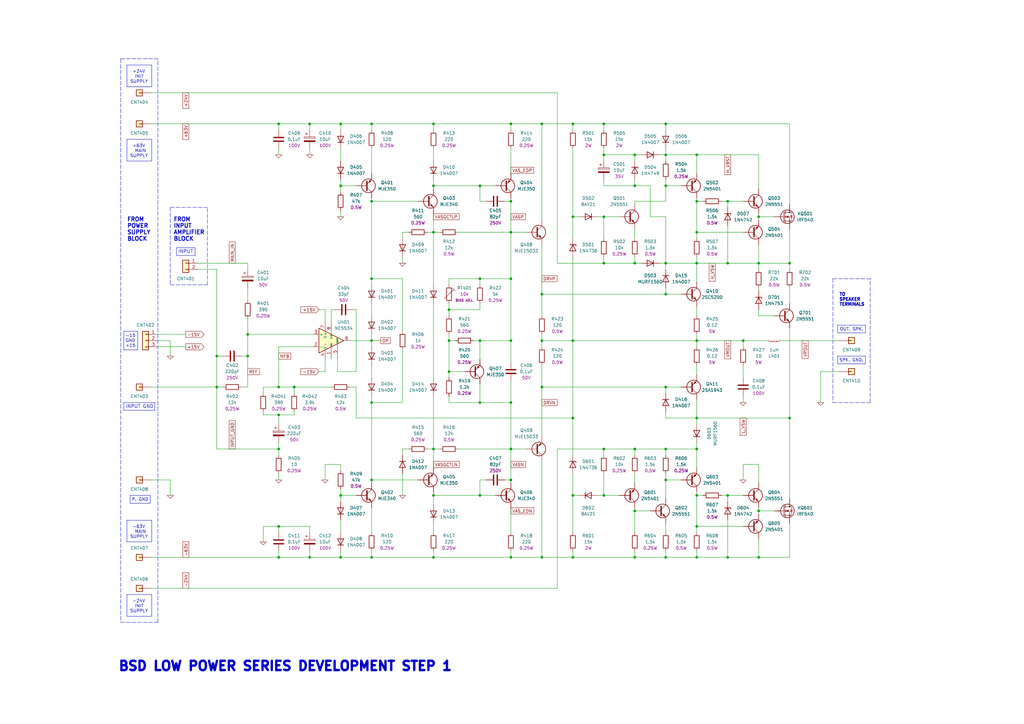
<source format=kicad_sch>
(kicad_sch (version 20211123) (generator eeschema)
  (paper "A3")
  (title_block (title "290 WATTS RMS CLASS-H\\nAUDIO POWER AMPLIFIER\\nFOR 4-OHMS LOUDSPEAKER") (date "2022-10-21") (company "BSD POWER AMP"))
  (junction (at 177.8 50.8))
  (junction (at 285.75 107.95))
  (junction (at 234.95 139.7))
  (junction (at 139.7 50.8))
  (junction (at 234.95 203.2))
  (junction (at 273.05 76.2))
  (junction (at 260.35 228.6))
  (junction (at 196.85 165.1))
  (junction (at 285.75 171.45))
  (junction (at 234.95 50.8))
  (junction (at 196.85 203.2))
  (junction (at 304.8 139.7))
  (junction (at 311.15 107.95))
  (junction (at 247.65 88.9))
  (junction (at 298.45 228.6))
  (junction (at 209.55 196.85))
  (junction (at 152.4 228.6))
  (junction (at 260.35 107.95))
  (junction (at 139.7 203.2))
  (junction (at 323.85 171.45))
  (junction (at 285.75 82.55))
  (junction (at 209.55 114.3))
  (junction (at 273.05 184.15))
  (junction (at 222.25 120.65))
  (junction (at 298.45 203.2))
  (junction (at 285.75 184.15))
  (junction (at 311.15 88.9))
  (junction (at 311.15 228.6))
  (junction (at 127 50.8))
  (junction (at 209.55 184.15))
  (junction (at 209.55 139.7))
  (junction (at 152.4 139.7))
  (junction (at 285.75 203.2))
  (junction (at 285.75 95.25))
  (junction (at 177.8 95.25))
  (junction (at 152.4 196.85))
  (junction (at 101.6 137.16))
  (junction (at 273.05 50.8))
  (junction (at 209.55 165.1))
  (junction (at 273.05 196.85))
  (junction (at 273.05 158.75))
  (junction (at 152.4 165.1))
  (junction (at 152.4 82.55))
  (junction (at 247.65 63.5))
  (junction (at 260.35 184.15))
  (junction (at 285.75 63.5))
  (junction (at 88.9 146.05))
  (junction (at 196.85 76.2))
  (junction (at 139.7 228.6))
  (junction (at 273.05 228.6))
  (junction (at 222.25 228.6))
  (junction (at 247.65 203.2))
  (junction (at 120.65 158.75))
  (junction (at 114.3 184.15))
  (junction (at 260.35 76.2))
  (junction (at 285.75 228.6))
  (junction (at 247.65 50.8))
  (junction (at 152.4 114.3))
  (junction (at 209.55 82.55))
  (junction (at 177.8 184.15))
  (junction (at 285.75 215.9))
  (junction (at 222.25 158.75))
  (junction (at 177.8 203.2))
  (junction (at 260.35 63.5))
  (junction (at 114.3 158.75))
  (junction (at 222.25 50.8))
  (junction (at 114.3 170.18))
  (junction (at 152.4 50.8))
  (junction (at 177.8 76.2))
  (junction (at 222.25 139.7))
  (junction (at 196.85 114.3))
  (junction (at 88.9 158.75))
  (junction (at 323.85 107.95))
  (junction (at 209.55 50.8))
  (junction (at 234.95 88.9))
  (junction (at 311.15 209.55))
  (junction (at 139.7 76.2))
  (junction (at 127 228.6))
  (junction (at 298.45 107.95))
  (junction (at 273.05 63.5))
  (junction (at 177.8 228.6))
  (junction (at 209.55 228.6))
  (junction (at 184.15 139.7))
  (junction (at 184.15 127))
  (junction (at 184.15 152.4))
  (junction (at 247.65 184.15))
  (junction (at 114.3 215.9))
  (junction (at 247.65 107.95))
  (junction (at 234.95 228.6))
  (junction (at 196.85 139.7))
  (junction (at 114.3 50.8))
  (junction (at 234.95 171.45))
  (junction (at 273.05 107.95))
  (junction (at 285.75 139.7))
  (junction (at 101.6 146.05))
  (junction (at 114.3 228.6))
  (junction (at 273.05 120.65))
  (junction (at 209.55 95.25))
  (junction (at 260.35 209.55))
  (junction (at 298.45 82.55))
  (wire (pts (xy 298.45 107.95) (xy 311.15 107.95)))
  (wire (pts (xy 311.15 209.55) (xy 317.5 209.55)))
  (wire (pts (xy 187.96 95.25) (xy 209.55 95.25)))
  (wire (pts (xy 184.15 127) (xy 196.85 127)))
  (wire (pts (xy 184.15 137.16) (xy 184.15 139.7)))
  (wire (pts (xy 266.7 88.9) (xy 273.05 88.9)))
  (wire (pts (xy 260.35 66.04) (xy 260.35 63.5)))
  (wire (pts (xy 194.31 139.7) (xy 196.85 139.7)))
  (wire (pts (xy 130.81 152.4) (xy 133.35 152.4)))
  (wire (pts (xy 64.77 137.16) (xy 76.2 137.16)))
  (wire (pts (xy 285.75 125.73) (xy 285.75 129.54)))
  (wire (pts (xy 222.25 50.8) (xy 234.95 50.8)))
  (wire (pts (xy 311.15 63.5) (xy 285.75 63.5)))
  (polyline (pts (xy 63.5 168.275) (xy 63.5 165.1)) (stroke (width 0) (type solid)))
  (wire (pts (xy 323.85 118.11) (xy 323.85 124.46)))
  (wire (pts (xy 323.85 83.82) (xy 323.85 50.8)))
  (polyline (pts (xy 62.23 252.73) (xy 62.23 243.84)) (stroke (width 0) (type solid)))
  (wire (pts (xy 234.95 88.9) (xy 237.49 88.9)))
  (wire (pts (xy 273.05 88.9) (xy 273.05 107.95)))
  (polyline (pts (xy 64.77 255.27) (xy 64.77 24.13)))
  (polyline (pts (xy 53.34 206.375) (xy 61.595 206.375)) (stroke (width 0) (type solid)))
  (wire (pts (xy 88.9 158.75) (xy 88.9 184.15)))
  (wire (pts (xy 285.75 107.95) (xy 298.45 107.95)))
  (wire (pts (xy 234.95 88.9) (xy 234.95 97.79)))
  (wire (pts (xy 234.95 50.8) (xy 234.95 53.34)))
  (polyline (pts (xy 356.87 165.1) (xy 356.87 114.3)))
  (wire (pts (xy 273.05 226.06) (xy 273.05 228.6)))
  (wire (pts (xy 196.85 203.2) (xy 203.2 203.2)))
  (wire (pts (xy 152.4 50.8) (xy 139.7 50.8)))
  (wire (pts (xy 107.95 161.29) (xy 107.95 158.75)))
  (wire (pts (xy 165.1 143.51) (xy 165.1 165.1)))
  (wire (pts (xy 320.04 139.7) (xy 344.17 139.7)))
  (wire (pts (xy 323.85 107.95) (xy 323.85 110.49)))
  (wire (pts (xy 114.3 142.24) (xy 128.27 142.24)))
  (wire (pts (xy 288.29 82.55) (xy 285.75 82.55)))
  (wire (pts (xy 139.7 60.96) (xy 139.7 66.04)))
  (wire (pts (xy 298.45 203.2) (xy 298.45 205.74)))
  (wire (pts (xy 207.01 196.85) (xy 209.55 196.85)))
  (wire (pts (xy 285.75 203.2) (xy 285.75 215.9)))
  (wire (pts (xy 146.05 203.2) (xy 139.7 203.2)))
  (wire (pts (xy 285.75 139.7) (xy 304.8 139.7)))
  (wire (pts (xy 247.65 50.8) (xy 273.05 50.8)))
  (polyline (pts (xy 341.63 165.1) (xy 356.87 165.1)))
  (wire (pts (xy 247.65 203.2) (xy 254 203.2)))
  (wire (pts (xy 234.95 105.41) (xy 234.95 139.7)))
  (wire (pts (xy 209.55 95.25) (xy 215.9 95.25)))
  (wire (pts (xy 107.95 222.25) (xy 107.95 215.9)))
  (wire (pts (xy 184.15 152.4) (xy 190.5 152.4)))
  (wire (pts (xy 196.85 114.3) (xy 209.55 114.3)))
  (wire (pts (xy 139.7 203.2) (xy 139.7 205.74)))
  (wire (pts (xy 88.9 158.75) (xy 91.44 158.75)))
  (wire (pts (xy 177.8 162.56) (xy 177.8 184.15)))
  (wire (pts (xy 120.65 158.75) (xy 120.65 161.29)))
  (wire (pts (xy 69.85 146.05) (xy 69.85 139.7)))
  (wire (pts (xy 304.8 190.5) (xy 304.8 196.85)))
  (wire (pts (xy 107.95 168.91) (xy 107.95 170.18)))
  (wire (pts (xy 139.7 76.2) (xy 139.7 78.74)))
  (wire (pts (xy 177.8 76.2) (xy 196.85 76.2)))
  (wire (pts (xy 177.8 95.25) (xy 177.8 116.84)))
  (wire (pts (xy 152.4 208.28) (xy 152.4 218.44)))
  (wire (pts (xy 107.95 158.75) (xy 114.3 158.75)))
  (wire (pts (xy 298.45 92.71) (xy 298.45 107.95)))
  (wire (pts (xy 143.51 158.75) (xy 146.05 158.75)))
  (wire (pts (xy 152.4 228.6) (xy 177.8 228.6)))
  (wire (pts (xy 285.75 201.93) (xy 285.75 203.2)))
  (wire (pts (xy 165.1 114.3) (xy 152.4 114.3)))
  (wire (pts (xy 260.35 105.41) (xy 260.35 107.95)))
  (wire (pts (xy 152.4 60.96) (xy 152.4 71.12)))
  (wire (pts (xy 152.4 196.85) (xy 171.45 196.85)))
  (wire (pts (xy 114.3 181.61) (xy 114.3 184.15)))
  (polyline (pts (xy 69.85 116.84) (xy 85.09 116.84)))
  (wire (pts (xy 177.8 124.46) (xy 177.8 154.94)))
  (wire (pts (xy 165.1 184.15) (xy 167.64 184.15)))
  (wire (pts (xy 184.15 124.46) (xy 184.15 127)))
  (wire (pts (xy 273.05 228.6) (xy 285.75 228.6)))
  (wire (pts (xy 64.77 142.24) (xy 76.2 142.24)))
  (wire (pts (xy 311.15 88.9) (xy 311.15 90.17)))
  (wire (pts (xy 273.05 60.96) (xy 273.05 63.5)))
  (wire (pts (xy 152.4 226.06) (xy 152.4 228.6)))
  (wire (pts (xy 260.35 209.55) (xy 260.35 218.44)))
  (wire (pts (xy 127 215.9) (xy 127 218.44)))
  (wire (pts (xy 273.05 184.15) (xy 285.75 184.15)))
  (polyline (pts (xy 61.595 206.375) (xy 61.595 203.2)) (stroke (width 0) (type solid)))
  (wire (pts (xy 199.39 196.85) (xy 196.85 196.85)))
  (wire (pts (xy 273.05 50.8) (xy 323.85 50.8)))
  (wire (pts (xy 114.3 158.75) (xy 120.65 158.75)))
  (polyline (pts (xy 56.515 143.51) (xy 56.515 135.89)) (stroke (width 0) (type solid)))
  (wire (pts (xy 107.95 170.18) (xy 114.3 170.18)))
  (polyline (pts (xy 50.8 135.89) (xy 56.515 135.89)) (stroke (width 0) (type solid)))
  (wire (pts (xy 101.6 137.16) (xy 128.27 137.16)))
  (polyline (pts (xy 72.39 104.775) (xy 80.01 104.775)) (stroke (width 0) (type solid)))
  (wire (pts (xy 245.11 203.2) (xy 247.65 203.2)))
  (polyline (pts (xy 354.965 136.525) (xy 354.965 133.35)) (stroke (width 0) (type solid)))
  (wire (pts (xy 311.15 198.12) (xy 311.15 190.5)))
  (wire (pts (xy 133.35 196.85) (xy 133.35 190.5)))
  (wire (pts (xy 298.45 82.55) (xy 298.45 85.09)))
  (wire (pts (xy 143.51 139.7) (xy 152.4 139.7)))
  (wire (pts (xy 298.45 228.6) (xy 311.15 228.6)))
  (wire (pts (xy 304.8 82.55) (xy 298.45 82.55)))
  (wire (pts (xy 311.15 87.63) (xy 311.15 88.9)))
  (wire (pts (xy 311.15 107.95) (xy 311.15 110.49)))
  (wire (pts (xy 311.15 118.11) (xy 311.15 119.38)))
  (wire (pts (xy 266.7 76.2) (xy 266.7 88.9)))
  (wire (pts (xy 304.8 162.56) (xy 304.8 165.1)))
  (wire (pts (xy 285.75 95.25) (xy 285.75 97.79)))
  (wire (pts (xy 177.8 50.8) (xy 177.8 53.34)))
  (wire (pts (xy 311.15 190.5) (xy 304.8 190.5)))
  (wire (pts (xy 165.1 95.25) (xy 165.1 97.79)))
  (wire (pts (xy 228.6 107.95) (xy 228.6 38.1)))
  (wire (pts (xy 139.7 213.36) (xy 139.7 218.44)))
  (polyline (pts (xy 354.965 149.225) (xy 354.965 146.05)) (stroke (width 0) (type solid)))
  (polyline (pts (xy 52.07 57.15) (xy 52.07 66.04)) (stroke (width 0) (type solid)))
  (wire (pts (xy 209.55 50.8) (xy 222.25 50.8)))
  (wire (pts (xy 273.05 76.2) (xy 273.05 73.66)))
  (wire (pts (xy 196.85 157.48) (xy 196.85 165.1)))
  (wire (pts (xy 273.05 63.5) (xy 273.05 66.04)))
  (polyline (pts (xy 343.535 149.225) (xy 354.965 149.225)) (stroke (width 0) (type solid)))
  (wire (pts (xy 209.55 184.15) (xy 209.55 196.85)))
  (wire (pts (xy 273.05 50.8) (xy 273.05 53.34)))
  (wire (pts (xy 135.89 127) (xy 137.16 127)))
  (wire (pts (xy 196.85 139.7) (xy 209.55 139.7)))
  (wire (pts (xy 144.78 127) (xy 146.05 127)))
  (polyline (pts (xy 52.07 35.56) (xy 62.23 35.56)) (stroke (width 0) (type solid)))
  (wire (pts (xy 234.95 171.45) (xy 234.95 186.69)))
  (wire (pts (xy 234.95 139.7) (xy 285.75 139.7)))
  (wire (pts (xy 81.28 110.49) (xy 88.9 110.49)))
  (wire (pts (xy 177.8 203.2) (xy 196.85 203.2)))
  (wire (pts (xy 234.95 194.31) (xy 234.95 203.2)))
  (wire (pts (xy 222.25 137.16) (xy 222.25 139.7)))
  (wire (pts (xy 209.55 114.3) (xy 209.55 139.7)))
  (wire (pts (xy 285.75 184.15) (xy 285.75 191.77)))
  (wire (pts (xy 152.4 114.3) (xy 152.4 116.84)))
  (wire (pts (xy 114.3 50.8) (xy 127 50.8)))
  (wire (pts (xy 323.85 134.62) (xy 323.85 171.45)))
  (wire (pts (xy 273.05 120.65) (xy 279.4 120.65)))
  (wire (pts (xy 99.06 158.75) (xy 101.6 158.75)))
  (wire (pts (xy 285.75 71.12) (xy 285.75 63.5)))
  (wire (pts (xy 146.05 158.75) (xy 146.05 171.45)))
  (polyline (pts (xy 343.535 133.35) (xy 354.965 133.35)) (stroke (width 0) (type solid)))
  (wire (pts (xy 101.6 137.16) (xy 101.6 146.05)))
  (wire (pts (xy 311.15 77.47) (xy 311.15 63.5)))
  (wire (pts (xy 187.96 184.15) (xy 209.55 184.15)))
  (wire (pts (xy 285.75 107.95) (xy 285.75 115.57)))
  (wire (pts (xy 260.35 83.82) (xy 260.35 82.55)))
  (polyline (pts (xy 49.53 24.13) (xy 49.53 255.27)))
  (polyline (pts (xy 62.23 66.04) (xy 62.23 57.15)) (stroke (width 0) (type solid)))
  (polyline (pts (xy 69.85 85.09) (xy 85.09 85.09)))
  (wire (pts (xy 273.05 171.45) (xy 285.75 171.45)))
  (wire (pts (xy 260.35 184.15) (xy 273.05 184.15)))
  (wire (pts (xy 114.3 228.6) (xy 127 228.6)))
  (wire (pts (xy 285.75 149.86) (xy 285.75 153.67)))
  (wire (pts (xy 260.35 184.15) (xy 260.35 186.69)))
  (polyline (pts (xy 52.07 213.36) (xy 62.23 213.36)) (stroke (width 0) (type solid)))
  (wire (pts (xy 139.7 76.2) (xy 146.05 76.2)))
  (wire (pts (xy 62.23 241.3) (xy 228.6 241.3)))
  (wire (pts (xy 285.75 82.55) (xy 285.75 95.25)))
  (wire (pts (xy 127 228.6) (xy 139.7 228.6)))
  (wire (pts (xy 139.7 190.5) (xy 139.7 193.04)))
  (wire (pts (xy 152.4 137.16) (xy 152.4 139.7)))
  (polyline (pts (xy 49.53 24.13) (xy 64.77 24.13)))
  (wire (pts (xy 304.8 139.7) (xy 314.96 139.7)))
  (polyline (pts (xy 52.07 57.15) (xy 62.23 57.15)) (stroke (width 0) (type solid)))
  (wire (pts (xy 260.35 63.5) (xy 247.65 63.5)))
  (wire (pts (xy 245.11 88.9) (xy 247.65 88.9)))
  (wire (pts (xy 222.25 50.8) (xy 222.25 90.17)))
  (polyline (pts (xy 62.23 35.56) (xy 62.23 26.67)) (stroke (width 0) (type solid)))
  (wire (pts (xy 285.75 226.06) (xy 285.75 228.6)))
  (wire (pts (xy 222.25 120.65) (xy 222.25 129.54)))
  (wire (pts (xy 120.65 168.91) (xy 120.65 170.18)))
  (wire (pts (xy 222.25 158.75) (xy 273.05 158.75)))
  (wire (pts (xy 196.85 114.3) (xy 196.85 116.84)))
  (polyline (pts (xy 72.39 101.6) (xy 80.01 101.6)) (stroke (width 0) (type solid)))
  (wire (pts (xy 196.85 165.1) (xy 209.55 165.1)))
  (wire (pts (xy 260.35 226.06) (xy 260.35 228.6)))
  (wire (pts (xy 209.55 82.55) (xy 209.55 95.25)))
  (wire (pts (xy 247.65 105.41) (xy 247.65 107.95)))
  (wire (pts (xy 336.55 152.4) (xy 344.17 152.4)))
  (wire (pts (xy 209.55 226.06) (xy 209.55 228.6)))
  (wire (pts (xy 88.9 110.49) (xy 88.9 146.05)))
  (polyline (pts (xy 52.07 26.67) (xy 62.23 26.67)) (stroke (width 0) (type solid)))
  (wire (pts (xy 273.05 196.85) (xy 273.05 204.47)))
  (wire (pts (xy 298.45 213.36) (xy 298.45 228.6)))
  (polyline (pts (xy 53.34 203.2) (xy 61.595 203.2)) (stroke (width 0) (type solid)))
  (wire (pts (xy 209.55 208.28) (xy 209.55 218.44)))
  (wire (pts (xy 138.43 152.4) (xy 138.43 147.32)))
  (wire (pts (xy 222.25 158.75) (xy 222.25 179.07)))
  (wire (pts (xy 285.75 81.28) (xy 285.75 82.55)))
  (wire (pts (xy 260.35 76.2) (xy 266.7 76.2)))
  (wire (pts (xy 285.75 215.9) (xy 304.8 215.9)))
  (wire (pts (xy 336.55 165.1) (xy 336.55 152.4)))
  (wire (pts (xy 209.55 165.1) (xy 209.55 156.21)))
  (wire (pts (xy 177.8 50.8) (xy 152.4 50.8)))
  (wire (pts (xy 285.75 228.6) (xy 298.45 228.6)))
  (wire (pts (xy 298.45 203.2) (xy 295.91 203.2)))
  (wire (pts (xy 152.4 82.55) (xy 171.45 82.55)))
  (wire (pts (xy 139.7 200.66) (xy 139.7 203.2)))
  (wire (pts (xy 260.35 76.2) (xy 247.65 76.2)))
  (wire (pts (xy 285.75 137.16) (xy 285.75 139.7)))
  (wire (pts (xy 175.26 95.25) (xy 177.8 95.25)))
  (wire (pts (xy 152.4 124.46) (xy 152.4 129.54)))
  (wire (pts (xy 273.05 118.11) (xy 273.05 120.65)))
  (wire (pts (xy 270.51 63.5) (xy 273.05 63.5)))
  (wire (pts (xy 323.85 171.45) (xy 323.85 204.47)))
  (wire (pts (xy 260.35 73.66) (xy 260.35 76.2)))
  (wire (pts (xy 101.6 107.95) (xy 101.6 110.49)))
  (wire (pts (xy 139.7 50.8) (xy 127 50.8)))
  (wire (pts (xy 62.23 228.6) (xy 114.3 228.6)))
  (wire (pts (xy 304.8 154.94) (xy 304.8 149.86)))
  (wire (pts (xy 228.6 184.15) (xy 228.6 241.3)))
  (wire (pts (xy 311.15 209.55) (xy 311.15 210.82)))
  (wire (pts (xy 209.55 228.6) (xy 177.8 228.6)))
  (wire (pts (xy 285.75 63.5) (xy 273.05 63.5)))
  (wire (pts (xy 228.6 107.95) (xy 247.65 107.95)))
  (wire (pts (xy 165.1 105.41) (xy 165.1 107.95)))
  (polyline (pts (xy 343.535 133.35) (xy 343.535 136.525)) (stroke (width 0) (type solid)))
  (wire (pts (xy 247.65 73.66) (xy 247.65 76.2)))
  (wire (pts (xy 298.45 82.55) (xy 295.91 82.55)))
  (wire (pts (xy 114.3 170.18) (xy 120.65 170.18)))
  (wire (pts (xy 177.8 76.2) (xy 177.8 77.47)))
  (polyline (pts (xy 50.8 165.1) (xy 50.8 168.275)) (stroke (width 0) (type solid)))
  (wire (pts (xy 260.35 208.28) (xy 260.35 209.55)))
  (wire (pts (xy 165.1 135.89) (xy 165.1 114.3)))
  (wire (pts (xy 114.3 170.18) (xy 114.3 173.99)))
  (polyline (pts (xy 52.07 243.84) (xy 52.07 252.73)) (stroke (width 0) (type solid)))
  (wire (pts (xy 101.6 107.95) (xy 81.28 107.95)))
  (wire (pts (xy 114.3 194.31) (xy 114.3 196.85)))
  (polyline (pts (xy 343.535 136.525) (xy 354.965 136.525)) (stroke (width 0) (type solid)))
  (wire (pts (xy 260.35 82.55) (xy 273.05 82.55)))
  (wire (pts (xy 133.35 152.4) (xy 133.35 147.32)))
  (wire (pts (xy 260.35 194.31) (xy 260.35 198.12)))
  (wire (pts (xy 139.7 73.66) (xy 139.7 76.2)))
  (wire (pts (xy 247.65 88.9) (xy 254 88.9)))
  (wire (pts (xy 222.25 189.23) (xy 222.25 228.6)))
  (wire (pts (xy 177.8 228.6) (xy 177.8 226.06)))
  (polyline (pts (xy 62.23 222.25) (xy 62.23 213.36)) (stroke (width 0) (type solid)))
  (wire (pts (xy 222.25 139.7) (xy 234.95 139.7)))
  (wire (pts (xy 152.4 162.56) (xy 152.4 165.1)))
  (wire (pts (xy 135.89 132.08) (xy 135.89 127)))
  (wire (pts (xy 114.3 142.24) (xy 114.3 158.75)))
  (wire (pts (xy 260.35 63.5) (xy 262.89 63.5)))
  (wire (pts (xy 247.65 88.9) (xy 247.65 97.79)))
  (wire (pts (xy 209.55 95.25) (xy 209.55 114.3)))
  (wire (pts (xy 260.35 93.98) (xy 260.35 97.79)))
  (polyline (pts (xy 52.07 213.36) (xy 52.07 222.25)) (stroke (width 0) (type solid)))
  (wire (pts (xy 304.8 95.25) (xy 285.75 95.25)))
  (wire (pts (xy 234.95 228.6) (xy 260.35 228.6)))
  (polyline (pts (xy 52.07 66.04) (xy 62.23 66.04)) (stroke (width 0) (type solid)))
  (wire (pts (xy 273.05 76.2) (xy 273.05 82.55)))
  (wire (pts (xy 273.05 158.75) (xy 279.4 158.75)))
  (wire (pts (xy 152.4 149.86) (xy 152.4 154.94)))
  (wire (pts (xy 273.05 184.15) (xy 273.05 186.69)))
  (wire (pts (xy 114.3 215.9) (xy 127 215.9)))
  (wire (pts (xy 165.1 203.2) (xy 165.1 194.31)))
  (wire (pts (xy 222.25 149.86) (xy 222.25 158.75)))
  (polyline (pts (xy 341.63 114.3) (xy 341.63 165.1)))
  (wire (pts (xy 139.7 226.06) (xy 139.7 228.6)))
  (wire (pts (xy 311.15 208.28) (xy 311.15 209.55)))
  (wire (pts (xy 234.95 60.96) (xy 234.95 88.9)))
  (wire (pts (xy 222.25 228.6) (xy 234.95 228.6)))
  (wire (pts (xy 247.65 63.5) (xy 247.65 66.04)))
  (wire (pts (xy 175.26 184.15) (xy 177.8 184.15)))
  (wire (pts (xy 127 60.96) (xy 127 63.5)))
  (wire (pts (xy 209.55 50.8) (xy 177.8 50.8)))
  (wire (pts (xy 146.05 152.4) (xy 138.43 152.4)))
  (polyline (pts (xy 52.07 26.67) (xy 52.07 35.56)) (stroke (width 0) (type solid)))
  (wire (pts (xy 177.8 95.25) (xy 180.34 95.25)))
  (wire (pts (xy 184.15 162.56) (xy 184.15 165.1)))
  (wire (pts (xy 247.65 60.96) (xy 247.65 63.5)))
  (wire (pts (xy 99.06 146.05) (xy 101.6 146.05)))
  (wire (pts (xy 311.15 107.95) (xy 323.85 107.95)))
  (wire (pts (xy 184.15 114.3) (xy 196.85 114.3)))
  (wire (pts (xy 285.75 163.83) (xy 285.75 171.45)))
  (wire (pts (xy 152.4 81.28) (xy 152.4 82.55)))
  (wire (pts (xy 311.15 228.6) (xy 323.85 228.6)))
  (wire (pts (xy 64.77 139.7) (xy 69.85 139.7)))
  (wire (pts (xy 146.05 127) (xy 146.05 152.4)))
  (wire (pts (xy 177.8 214.63) (xy 177.8 218.44)))
  (wire (pts (xy 273.05 194.31) (xy 273.05 196.85)))
  (wire (pts (xy 165.1 165.1) (xy 152.4 165.1)))
  (wire (pts (xy 130.81 127) (xy 133.35 127)))
  (wire (pts (xy 247.65 184.15) (xy 260.35 184.15)))
  (wire (pts (xy 152.4 165.1) (xy 152.4 196.85)))
  (wire (pts (xy 88.9 146.05) (xy 91.44 146.05)))
  (wire (pts (xy 114.3 50.8) (xy 114.3 53.34)))
  (wire (pts (xy 88.9 184.15) (xy 114.3 184.15)))
  (wire (pts (xy 177.8 184.15) (xy 177.8 191.77)))
  (wire (pts (xy 234.95 203.2) (xy 237.49 203.2)))
  (wire (pts (xy 196.85 196.85) (xy 196.85 203.2)))
  (wire (pts (xy 234.95 203.2) (xy 234.95 218.44)))
  (wire (pts (xy 311.15 88.9) (xy 317.5 88.9)))
  (polyline (pts (xy 50.8 143.51) (xy 56.515 143.51)) (stroke (width 0) (type solid)))
  (wire (pts (xy 279.4 76.2) (xy 273.05 76.2)))
  (wire (pts (xy 273.05 107.95) (xy 285.75 107.95)))
  (wire (pts (xy 88.9 146.05) (xy 88.9 158.75)))
  (wire (pts (xy 133.35 127) (xy 133.35 132.08)))
  (polyline (pts (xy 52.07 222.25) (xy 62.23 222.25)) (stroke (width 0) (type solid)))
  (wire (pts (xy 311.15 100.33) (xy 311.15 107.95)))
  (polyline (pts (xy 50.8 135.89) (xy 50.8 143.51)) (stroke (width 0) (type solid)))
  (wire (pts (xy 165.1 186.69) (xy 165.1 184.15)))
  (polyline (pts (xy 341.63 114.3) (xy 356.87 114.3)))
  (wire (pts (xy 184.15 139.7) (xy 184.15 152.4)))
  (wire (pts (xy 177.8 184.15) (xy 180.34 184.15)))
  (wire (pts (xy 270.51 107.95) (xy 273.05 107.95)))
  (wire (pts (xy 114.3 60.96) (xy 114.3 63.5)))
  (polyline (pts (xy 343.535 146.05) (xy 354.965 146.05)) (stroke (width 0) (type solid)))
  (wire (pts (xy 139.7 50.8) (xy 139.7 53.34)))
  (wire (pts (xy 285.75 181.61) (xy 285.75 184.15)))
  (wire (pts (xy 311.15 220.98) (xy 311.15 228.6)))
  (polyline (pts (xy 85.09 116.84) (xy 85.09 85.09)))
  (wire (pts (xy 165.1 95.25) (xy 167.64 95.25)))
  (wire (pts (xy 222.25 100.33) (xy 222.25 120.65)))
  (polyline (pts (xy 50.8 168.275) (xy 63.5 168.275)) (stroke (width 0) (type solid)))
  (wire (pts (xy 152.4 196.85) (xy 152.4 198.12)))
  (wire (pts (xy 101.6 130.81) (xy 101.6 137.16)))
  (wire (pts (xy 273.05 107.95) (xy 273.05 110.49)))
  (wire (pts (xy 196.85 82.55) (xy 199.39 82.55)))
  (wire (pts (xy 184.15 139.7) (xy 186.69 139.7)))
  (wire (pts (xy 260.35 107.95) (xy 262.89 107.95)))
  (wire (pts (xy 177.8 73.66) (xy 177.8 76.2)))
  (polyline (pts (xy 69.85 85.09) (xy 69.85 116.84)))
  (wire (pts (xy 285.75 215.9) (xy 285.75 218.44)))
  (wire (pts (xy 285.75 171.45) (xy 285.75 173.99)))
  (wire (pts (xy 209.55 53.34) (xy 209.55 50.8)))
  (wire (pts (xy 196.85 76.2) (xy 203.2 76.2)))
  (wire (pts (xy 234.95 226.06) (xy 234.95 228.6)))
  (wire (pts (xy 323.85 107.95) (xy 323.85 93.98)))
  (wire (pts (xy 177.8 60.96) (xy 177.8 66.04)))
  (wire (pts (xy 139.7 86.36) (xy 139.7 88.9)))
  (wire (pts (xy 62.23 158.75) (xy 88.9 158.75)))
  (wire (pts (xy 69.85 196.85) (xy 69.85 203.2)))
  (wire (pts (xy 177.8 201.93) (xy 177.8 203.2)))
  (wire (pts (xy 127 53.34) (xy 127 50.8)))
  (wire (pts (xy 133.35 190.5) (xy 139.7 190.5)))
  (wire (pts (xy 285.75 203.2) (xy 288.29 203.2)))
  (wire (pts (xy 62.23 38.1) (xy 228.6 38.1)))
  (wire (pts (xy 120.65 158.75) (xy 135.89 158.75)))
  (polyline (pts (xy 80.01 104.775) (xy 80.01 101.6)) (stroke (width 0) (type solid)))
  (wire (pts (xy 196.85 139.7) (xy 196.85 147.32)))
  (polyline (pts (xy 50.8 165.1) (xy 63.5 165.1)) (stroke (width 0) (type solid)))
  (wire (pts (xy 114.3 184.15) (xy 114.3 186.69)))
  (wire (pts (xy 184.15 152.4) (xy 184.15 154.94)))
  (wire (pts (xy 222.25 228.6) (xy 209.55 228.6)))
  (wire (pts (xy 177.8 87.63) (xy 177.8 95.25)))
  (wire (pts (xy 209.55 81.28) (xy 209.55 82.55)))
  (wire (pts (xy 222.25 139.7) (xy 222.25 142.24)))
  (wire (pts (xy 62.23 50.8) (xy 114.3 50.8)))
  (wire (pts (xy 311.15 129.54) (xy 317.5 129.54)))
  (wire (pts (xy 209.55 184.15) (xy 215.9 184.15)))
  (wire (pts (xy 184.15 165.1) (xy 196.85 165.1)))
  (polyline (pts (xy 49.53 255.27) (xy 64.77 255.27)))
  (wire (pts (xy 304.8 139.7) (xy 304.8 142.24)))
  (wire (pts (xy 62.23 196.85) (xy 69.85 196.85)))
  (wire (pts (xy 152.4 139.7) (xy 156.21 139.7)))
  (wire (pts (xy 114.3 226.06) (xy 114.3 228.6)))
  (polyline (pts (xy 52.07 252.73) (xy 62.23 252.73)) (stroke (width 0) (type solid)))
  (wire (pts (xy 273.05 214.63) (xy 273.05 218.44)))
  (wire (pts (xy 311.15 127) (xy 311.15 129.54)))
  (wire (pts (xy 127 226.06) (xy 127 228.6)))
  (wire (pts (xy 323.85 171.45) (xy 285.75 171.45)))
  (wire (pts (xy 196.85 124.46) (xy 196.85 127)))
  (wire (pts (xy 196.85 82.55) (xy 196.85 76.2)))
  (wire (pts (xy 222.25 120.65) (xy 273.05 120.65)))
  (wire (pts (xy 247.65 107.95) (xy 260.35 107.95)))
  (wire (pts (xy 209.55 139.7) (xy 209.55 148.59)))
  (wire (pts (xy 107.95 215.9) (xy 114.3 215.9)))
  (wire (pts (xy 304.8 203.2) (xy 298.45 203.2)))
  (wire (pts (xy 285.75 139.7) (xy 285.75 142.24)))
  (wire (pts (xy 247.65 194.31) (xy 247.65 203.2)))
  (wire (pts (xy 209.55 60.96) (xy 209.55 71.12)))
  (wire (pts (xy 285.75 105.41) (xy 285.75 107.95)))
  (wire (pts (xy 152.4 139.7) (xy 152.4 142.24)))
  (polyline (pts (xy 343.535 146.05) (xy 343.535 149.225)) (stroke (width 0) (type solid)))
  (wire (pts (xy 279.4 196.85) (xy 273.05 196.85)))
  (wire (pts (xy 234.95 171.45) (xy 234.95 139.7)))
  (wire (pts (xy 207.01 82.55) (xy 209.55 82.55)))
  (polyline (pts (xy 53.34 203.2) (xy 53.34 206.375)) (stroke (width 0) (type solid)))
  (wire (pts (xy 260.35 209.55) (xy 266.7 209.55)))
  (wire (pts (xy 152.4 50.8) (xy 152.4 53.34)))
  (wire (pts (xy 139.7 228.6) (xy 152.4 228.6)))
  (wire (pts (xy 184.15 116.84) (xy 184.15 114.3)))
  (wire (pts (xy 114.3 218.44) (xy 114.3 215.9)))
  (wire (pts (xy 101.6 158.75) (xy 101.6 146.05)))
  (wire (pts (xy 273.05 168.91) (xy 273.05 171.45)))
  (wire (pts (xy 177.8 203.2) (xy 177.8 207.01)))
  (wire (pts (xy 101.6 118.11) (xy 101.6 123.19)))
  (wire (pts (xy 273.05 158.75) (xy 273.05 161.29)))
  (wire (pts (xy 209.55 165.1) (xy 209.55 184.15)))
  (wire (pts (xy 260.35 228.6) (xy 273.05 228.6)))
  (wire (pts (xy 247.65 50.8) (xy 247.65 53.34)))
  (wire (pts (xy 146.05 171.45) (xy 234.95 171.45)))
  (wire (pts (xy 234.95 50.8) (xy 247.65 50.8)))
  (wire (pts (xy 209.55 196.85) (xy 209.55 198.12)))
  (wire (pts (xy 247.65 184.15) (xy 247.65 186.69)))
  (wire (pts (xy 152.4 82.55) (xy 152.4 114.3)))
  (wire (pts (xy 184.15 127) (xy 184.15 129.54)))
  (wire (pts (xy 323.85 228.6) (xy 323.85 214.63)))
  (wire (pts (xy 247.65 184.15) (xy 228.6 184.15)))
  (polyline (pts (xy 72.39 101.6) (xy 72.39 104.775)) (stroke (width 0) (type solid)))
  (polyline (pts (xy 52.07 243.84) (xy 62.23 243.84)) (stroke (width 0) (type solid)))
  (text " +63V\n  MAIN\nSUPPLY" (at 53.34 64.77 0) (effects (font (size 1.27 1.27)) (justify left bottom)))
  (text " +24V\n  INIT\nSUPPLY" (at 53.34 34.29 0) (effects (font (size 1.27 1.27)) (justify left bottom)))
  (text "SPK. GND." (at 344.17 148.59 0) (effects (font (size 1.27 1.27)) (justify left bottom)))
  (text "INPUT" (at 73.025 104.14 0) (effects (font (size 1.397 1.397)) (justify left bottom)))
  (text "-15\nGND\n+15" (at 51.435 142.621 0) (effects (font (size 1.27 1.27)) (justify left bottom)))
  (text "FROM\nPOWER\nSUPPLY\nBLOCK" (at 52.07 99.06 0) (effects (font (size 1.651 1.651) (thickness 0.3302) bold) (justify left bottom)))
  (text "TO\nSPEAKER\nTERMINALS" (at 344.17 125.73 0) (effects (font (size 1.27 1.27) (thickness 0.3302) bold) (justify left bottom)))
  (text " -63V\n  MAIN\nSUPPLY" (at 53.34 220.98 0) (effects (font (size 1.27 1.27)) (justify left bottom)))
  (text "BSD LOW POWER SERIES DEVELOPMENT STEP 1" (at 48.26 275.59 0) (effects (font (size 3.81 3.81) (thickness 1.016) bold) (justify left bottom)))
  (text "OUT. SPK." (at 344.424 135.89 0) (effects (font (size 1.27 1.27)) (justify left bottom)))
  (text "P. GND" (at 53.975 205.74 0) (effects (font (size 1.27 1.27)) (justify left bottom)))
  (text "INPUT GND" (at 51.435 167.64 0) (effects (font (size 1.397 1.397)) (justify left bottom)))
  (text "FROM\nINPUT\nAMPLIFIER\nBLOCK" (at 71.12 99.06 0) (effects (font (size 1.651 1.651) (thickness 0.3302) bold) (justify left bottom)))
  (text " -24V\n  INIT\nSUPPLY" (at 53.34 251.46 0) (effects (font (size 1.27 1.27)) (justify left bottom)))
  (global_label "VASP" (shape passive) (at 209.55 88.9 0) (property "Intersheet References" "${INTERSHEET_REFS}" (effects hide)))
  (global_label "+15V" (shape output) (at 76.2 142.24 0) (property "Intersheet References" "${INTERSHEET_REFS}" (effects hide)))
  (global_label "DRVP" (shape passive) (at 222.25 114.3 0) (property "Intersheet References" "${INTERSHEET_REFS}" (effects hide)))
  (global_label "VASGCTLP" (shape passive) (at 177.8 88.9 0) (property "Intersheet References" "${INTERSHEET_REFS}" (effects hide)))
  (global_label "NFB" (shape passive) (at 114.3 146.05 0) (property "Intersheet References" "${INTERSHEET_REFS}" (effects hide)))
  (global_label "-15V" (shape output) (at 76.2 137.16 0) (property "Intersheet References" "${INTERSHEET_REFS}" (effects hide)))
  (global_label "VMOUT" (shape passive) (at 298.45 139.7 270) (property "Intersheet References" "${INTERSHEET_REFS}" (effects hide)))
  (global_label "+15V" (shape input) (at 130.81 127 180) (property "Intersheet References" "${INTERSHEET_REFS}" (effects hide)))
  (global_label "-63V" (shape passive) (at 76.2 228.6 90) (property "Intersheet References" "${INTERSHEET_REFS}" (effects hide)))
  (global_label "+24V" (shape passive) (at 76.2 38.1 270) (property "Intersheet References" "${INTERSHEET_REFS}" (effects hide)))
  (global_label "H_VSW" (shape passive) (at 292.1 107.95 270) (property "Intersheet References" "${INTERSHEET_REFS}" (effects hide)))
  (global_label "-15V" (shape input) (at 130.81 152.4 180) (property "Intersheet References" "${INTERSHEET_REFS}" (effects hide)))
  (global_label "VASGCTLN" (shape passive) (at 177.8 190.5 0) (property "Intersheet References" "${INTERSHEET_REFS}" (effects hide)))
  (global_label "VAS_EDN" (shape passive) (at 209.55 209.55 0) (property "Intersheet References" "${INTERSHEET_REFS}" (effects hide)))
  (global_label "MAIN_IN" (shape passive) (at 95.25 107.95 90) (property "Intersheet References" "${INTERSHEET_REFS}" (effects hide)))
  (global_label "VASN" (shape passive) (at 209.55 190.5 0) (property "Intersheet References" "${INTERSHEET_REFS}" (effects hide)))
  (global_label "DRVN" (shape passive) (at 222.25 165.1 0) (property "Intersheet References" "${INTERSHEET_REFS}" (effects hide)))
  (global_label "OP" (shape passive) (at 156.21 139.7 0) (property "Intersheet References" "${INTERSHEET_REFS}" (effects hide)))
  (global_label "H_VBST" (shape passive) (at 298.45 63.5 270) (property "Intersheet References" "${INTERSHEET_REFS}" (effects hide)))
  (global_label "VAS_EDP" (shape passive) (at 209.55 69.85 0) (property "Intersheet References" "${INTERSHEET_REFS}" (effects hide)))
  (global_label "+63V" (shape passive) (at 76.2 50.8 270) (property "Intersheet References" "${INTERSHEET_REFS}" (effects hide)))
  (global_label "REF" (shape passive) (at 101.6 152.4 0) (property "Intersheet References" "${INTERSHEET_REFS}" (effects hide)))
  (global_label "-24V" (shape passive) (at 76.2 241.3 90) (property "Intersheet References" "${INTERSHEET_REFS}" (effects hide)))
  (global_label "VPOUT" (shape passive) (at 330.2 139.7 270) (property "Intersheet References" "${INTERSHEET_REFS}" (effects hide)))
  (global_label "L_VSW" (shape passive) (at 304.8 171.45 270) (property "Intersheet References" "${INTERSHEET_REFS}" (effects hide)))
  (global_label "INPUT_GND" (shape passive) (at 95.25 184.15 90) (property "Intersheet References" "${INTERSHEET_REFS}" (effects hide)))
  (symbol (lib_id "Device:R") (at 285.75 133.35 0) (unit 1)
    (property "Reference" "R425" (at 292.1 130.81 0))
    (property "Value" "0.12" (at 292.1 133.35 0))
    (property "Footprint" "Resistor_THT:R_Box_L14.0mm_W5.0mm_P9.00mm" (effects hide))
    (property "Wattage" "5W" (at 292.1 135.89 0))
  )
  (symbol (lib_name "Q_NPN_CBE_10") (lib_id "BSD_POWER_AMP:Q_NPN_CBE") (at 175.26 82.55 0) (unit 1)
    (property "Reference" "Q403" (at 184.15 81.28 0))
    (property "Value" "MJE340" (at 184.15 83.82 0))
    (property "Footprint" "BSD_POWER_AMP:TO-126-3_Vertical_STD" (effects hide))
    (property "Spice_Primitive" "Q" (effects hide))
    (property "Spice_Model" "MJE340" (effects hide))
    (property "Spice_Netlist_Enabled" "Y" (effects hide))
    (property "Spice_Lib_File" "spice_models/model.lib" (effects hide))
  )
  (symbol (lib_name "R_3") (lib_id "Device:R") (at 234.95 222.25 0) (mirror y) (unit 1)
    (property "Reference" "R601" (at 241.3 219.71 0))
    (property "Value" "15k" (at 241.3 222.25 0))
    (property "Footprint" "Resistor_THT:R_Axial_DIN0516_L15.5mm_D5.0mm_P5.08mm_Vertical" (effects hide))
    (property "Wattage" "2W" (at 241.3 224.79 0))
  )
  (symbol (lib_name "R_4") (lib_id "Device:R") (at 152.4 57.15 0) (unit 1)
    (property "Reference" "R408" (at 158.75 54.61 0))
    (property "Value" "120" (at 158.75 57.15 0))
    (property "Footprint" "Resistor_THT:R_Axial_DIN0207_L6.3mm_D2.5mm_P5.08mm_Vertical" (effects hide))
    (property "Wattage" "0.25W" (at 158.75 59.69 0))
  )
  (symbol (lib_name "Conn_01x01_2") (lib_id "Connector_Generic:Conn_01x01") (at 57.15 50.8 0) (mirror y) (unit 1)
    (property "Reference" "CNT405" (at 57.15 54.61 0))
    (property "Value" "Solder_Tab_W6.35mm_P5.08mm" (effects hide))
    (property "Footprint" "BSD_POWER_AMP:Solder_Tab_W6.35mm_P5.08mm" (effects hide))
    (property "Spice_Primitive" "C" (effects hide))
    (property "Spice_Model" "Solder Tab 6.3 mm" (effects hide))
    (property "Spice_Netlist_Enabled" "N" (effects hide))
  )
  (symbol (lib_id "pspice:0") (at 114.3 63.5 0) (unit 1)
    (property "Reference" "#GND0103" (effects hide))
    (property "Value" "0" (effects hide))
  )
  (symbol (lib_name "Q_NPN_CBE_10") (lib_id "BSD_POWER_AMP:Q_NPN_CBE") (at 207.01 203.2 0) (unit 1)
    (property "Reference" "Q406" (at 215.9 201.93 0))
    (property "Value" "MJE340" (at 215.9 204.47 0))
    (property "Footprint" "BSD_POWER_AMP:TO-126-3_Vertical_STD" (effects hide))
    (property "Spice_Primitive" "Q" (effects hide))
    (property "Spice_Model" "MJE340" (effects hide))
    (property "Spice_Netlist_Enabled" "Y" (effects hide))
    (property "Spice_Lib_File" "spice_models/model.lib" (effects hide))
  )
  (symbol (lib_name "R_31") (lib_id "Device:R") (at 184.15 133.35 0) (unit 1)
    (property "Reference" "R421" (at 190.5 130.81 0))
    (property "Value" "560" (at 190.5 133.35 0))
    (property "Footprint" "Resistor_THT:R_Axial_DIN0207_L6.3mm_D2.5mm_P5.08mm_Vertical" (effects hide))
    (property "Wattage" "0.25W" (at 190.5 135.89 0))
  )
  (symbol (lib_name "D_1") (lib_id "BSD_POWER_AMP:D") (at 241.3 203.2 0) (unit 1)
    (property "Reference" "D602" (at 241.3 208.28 0))
    (property "Value" "BAV21" (at 241.3 210.82 0))
    (property "Footprint" "BSD_POWER_AMP:D_DO-35_SOD27_P5.08mm_Vertical_KathodeUp" (effects hide))
    (property "Spice_Primitive" "D" (effects hide))
    (property "Spice_Model" "BAV21" (effects hide))
    (property "Spice_Netlist_Enabled" "Y" (effects hide))
    (property "Spice_Lib_File" "spice_models/model.lib" (effects hide))
  )
  (symbol (lib_id "pspice:0") (at 69.85 203.2 0) (unit 1)
    (property "Reference" "#GND0129" (effects hide))
    (property "Value" "0" (effects hide))
  )
  (symbol (lib_name "R_3") (lib_id "Device:R") (at 273.05 222.25 0) (mirror y) (unit 1)
    (property "Reference" "R605" (at 279.4 219.71 0))
    (property "Value" "1.5k" (at 279.4 222.25 0))
    (property "Footprint" "Resistor_THT:R_Axial_DIN0309_L9.0mm_D3.2mm_P5.08mm_Vertical" (effects hide))
    (property "Wattage" "0.5W" (at 279.4 224.79 0))
  )
  (symbol (lib_name "Q_PNP_CBE_9") (lib_id "BSD_POWER_AMP:Q_PNP_CBE") (at 219.71 184.15 0) (mirror x) (unit 1)
    (property "Reference" "Q409" (at 215.9 176.53 0))
    (property "Value" "MJE15033" (at 215.9 179.07 0))
    (property "Footprint" "BSD_POWER_AMP:TO-220-3_Vertical_STD" (effects hide))
    (property "Spice_Primitive" "Q" (effects hide))
    (property "Spice_Model" "MJE15033" (effects hide))
    (property "Spice_Netlist_Enabled" "Y" (effects hide))
    (property "Spice_Lib_File" "spice_models/model.lib" (effects hide))
  )
  (symbol (lib_name "R_41") (lib_id "Device:R") (at 139.7 158.75 270) (unit 1)
    (property "Reference" "R403" (at 139.7 162.56 90))
    (property "Value" "12k" (at 139.7 165.1 90))
    (property "Footprint" "Resistor_THT:R_Axial_DIN0309_L9.0mm_D3.2mm_P5.08mm_Vertical" (effects hide))
    (property "Wattage" "0.5W" (at 139.7 167.64 90))
  )
  (symbol (lib_id "BSD_POWER_AMP:D") (at 152.4 133.35 90) (unit 1)
    (property "Reference" "D402" (at 158.75 132.08 90))
    (property "Value" "1N4007" (at 158.75 134.62 90))
    (property "Footprint" "BSD_POWER_AMP:D_DO-41_SOD81_P5.08mm_Vertical_KathodeUp" (effects hide))
    (property "Spice_Primitive" "D" (effects hide))
    (property "Spice_Model" "1N4007" (effects hide))
    (property "Spice_Netlist_Enabled" "Y" (effects hide))
    (property "Spice_Lib_File" "spice_models/model.lib" (effects hide))
  )
  (symbol (lib_name "R_38") (lib_id "Device:R") (at 95.25 158.75 90) (mirror x) (unit 1)
    (property "Reference" "R402" (at 95.25 162.56 90))
    (property "Value" "12k" (at 95.25 165.1 90))
    (property "Footprint" "Resistor_THT:R_Axial_DIN0207_L6.3mm_D2.5mm_P5.08mm_Vertical" (effects hide))
    (property "Wattage" "0.25W" (at 95.25 167.64 90))
  )
  (symbol (lib_name "R_32") (lib_id "Device:R") (at 171.45 184.15 270) (mirror x) (unit 1)
    (property "Reference" "R415" (at 171.45 175.26 90))
    (property "Value" "560" (at 171.45 177.8 90))
    (property "Footprint" "Resistor_THT:R_Axial_DIN0207_L6.3mm_D2.5mm_P5.08mm_Vertical" (effects hide))
    (property "Wattage" "0.25W" (at 171.45 180.34 90))
  )
  (symbol (lib_name "Conn_01x01_2") (lib_id "Connector_Generic:Conn_01x01") (at 349.25 139.7 0) (unit 1)
    (property "Reference" "CNT409" (at 349.25 143.51 0))
    (property "Value" "Solder_Tab_W6.35mm_P5.08mm" (effects hide))
    (property "Footprint" "BSD_POWER_AMP:Solder_Tab_W6.35mm_P5.08mm" (effects hide))
    (property "Spice_Primitive" "C" (effects hide))
    (property "Spice_Model" "Solder Tab 6.3 mm" (effects hide))
    (property "Spice_Netlist_Enabled" "N" (effects hide))
  )
  (symbol (lib_name "R_29") (lib_id "Device:R") (at 222.25 133.35 0) (mirror y) (unit 1)
    (property "Reference" "R423" (at 228.6 130.81 0))
    (property "Value" "120" (at 228.6 133.35 0))
    (property "Footprint" "Resistor_THT:R_Axial_DIN0309_L9.0mm_D3.2mm_P5.08mm_Vertical" (effects hide))
    (property "Wattage" "0.5W" (at 228.6 135.89 0))
  )
  (symbol (lib_name "R_3") (lib_id "Device:R") (at 247.65 101.6 0) (mirror y) (unit 1)
    (property "Reference" "R502" (at 254 99.06 0))
    (property "Value" "10k" (at 254 101.6 0))
    (property "Footprint" "Resistor_THT:R_Axial_DIN0207_L6.3mm_D2.5mm_P5.08mm_Vertical" (effects hide))
    (property "Wattage" "0.25W" (at 254 104.14 0))
  )
  (symbol (lib_name "Q_PNP_CBE_2") (lib_id "BSD_POWER_AMP:Q_PNP_CBE") (at 283.21 158.75 0) (mirror x) (unit 1)
    (property "Reference" "Q411" (at 292.1 157.48 0))
    (property "Value" "2SA1943" (at 292.1 160.02 0))
    (property "Footprint" "BSD_POWER_AMP:TO-264-3_Vertical_STD" (effects hide))
    (property "Spice_Primitive" "Q" (effects hide))
    (property "Spice_Model" "2SA1943" (effects hide))
    (property "Spice_Netlist_Enabled" "Y" (effects hide))
    (property "Spice_Lib_File" "spice_models/model.lib" (effects hide))
  )
  (symbol (lib_id "pspice:0") (at 107.95 222.25 0) (unit 1)
    (property "Reference" "#GND0120" (effects hide))
    (property "Value" "0" (effects hide))
  )
  (symbol (lib_name "C_3") (lib_id "Device:C") (at 209.55 152.4 0) (mirror y) (unit 1)
    (property "Reference" "C406" (at 215.9 149.86 0))
    (property "Value" "0.1uF" (at 215.9 152.4 0))
    (property "Footprint" "Capacitor_THT:C_Rect_L7.2mm_W2.5mm_P5.00mm_FKS2_FKP2_MKS2_MKP2" (effects hide))
    (property "Voltage" "50V" (at 215.9 154.94 0))
  )
  (symbol (lib_name "Q_PNP_CBE_8") (lib_id "BSD_POWER_AMP:Q_PNP_CBE") (at 194.31 152.4 0) (mirror x) (unit 1)
    (property "Reference" "Q407" (at 203.2 151.13 0))
    (property "Value" "MJE350" (at 203.2 153.67 0))
    (property "Footprint" "BSD_POWER_AMP:TO-126-3_Vertical_STD" (effects hide))
    (property "Spice_Primitive" "Q" (effects hide))
    (property "Spice_Model" "MJE350" (effects hide))
    (property "Spice_Netlist_Enabled" "Y" (effects hide))
    (property "Spice_Lib_File" "spice_models/model.lib" (effects hide))
  )
  (symbol (lib_id "pspice:0") (at 114.3 196.85 0) (unit 1)
    (property "Reference" "#GND0102" (effects hide))
    (property "Value" "0" (effects hide))
  )
  (symbol (lib_id "pspice:0") (at 139.7 88.9 0) (unit 1)
    (property "Reference" "#GND0111" (effects hide))
    (property "Value" "0" (effects hide))
  )
  (symbol (lib_id "pspice:0") (at 127 63.5 0) (unit 1)
    (property "Reference" "#GND0101" (effects hide))
    (property "Value" "0" (effects hide))
  )
  (symbol (lib_name "R_45") (lib_id "Device:R") (at 304.8 146.05 0) (unit 1)
    (property "Reference" "R427" (at 311.15 143.51 0))
    (property "Value" "10" (at 311.15 146.05 0))
    (property "Footprint" "Resistor_THT:R_Box_L14.0mm_W5.0mm_P9.00mm" (effects hide))
    (property "Wattage" "5W" (at 311.15 148.59 0))
  )
  (symbol (lib_name "R_3") (lib_id "Device:R") (at 139.7 82.55 0) (mirror y) (unit 1)
    (property "Reference" "R407" (at 146.05 80.01 0))
    (property "Value" "47k" (at 146.05 82.55 0))
    (property "Footprint" "Resistor_THT:R_Axial_DIN0309_L9.0mm_D3.2mm_P5.08mm_Vertical" (effects hide))
    (property "Wattage" "0.5W" (at 146.05 85.09 0))
  )
  (symbol (lib_id "BSD_POWER_AMP:D") (at 139.7 209.55 90) (unit 1)
    (property "Reference" "D407" (at 146.05 208.28 90))
    (property "Value" "1N4007" (at 146.05 210.82 90))
    (property "Footprint" "BSD_POWER_AMP:D_DO-41_SOD81_P5.08mm_Vertical_KathodeUp" (effects hide))
    (property "Spice_Primitive" "D" (effects hide))
    (property "Spice_Model" "1N4007" (effects hide))
    (property "Spice_Netlist_Enabled" "Y" (effects hide))
    (property "Spice_Lib_File" "spice_models/model.lib" (effects hide))
  )
  (symbol (lib_id "BSD_POWER_AMP:D") (at 139.7 222.25 90) (unit 1)
    (property "Reference" "D408" (at 146.05 220.98 90))
    (property "Value" "1N4007" (at 146.05 223.52 90))
    (property "Footprint" "BSD_POWER_AMP:D_DO-41_SOD81_P5.08mm_Vertical_KathodeUp" (effects hide))
    (property "Spice_Primitive" "D" (effects hide))
    (property "Spice_Model" "1N4007" (effects hide))
    (property "Spice_Netlist_Enabled" "Y" (effects hide))
    (property "Spice_Lib_File" "spice_models/model.lib" (effects hide))
  )
  (symbol (lib_id "BSD_POWER_AMP:D") (at 177.8 69.85 90) (unit 1)
    (property "Reference" "D410" (at 184.15 68.58 90))
    (property "Value" "1N4007" (at 184.15 71.12 90))
    (property "Footprint" "BSD_POWER_AMP:D_DO-41_SOD81_P5.08mm_Vertical_KathodeUp" (effects hide))
    (property "Spice_Primitive" "D" (effects hide))
    (property "Spice_Model" "1N4007" (effects hide))
    (property "Spice_Netlist_Enabled" "Y" (effects hide))
    (property "Spice_Lib_File" "spice_models/model.lib" (effects hide))
  )
  (symbol (lib_name "C_4") (lib_id "Device:C") (at 203.2 196.85 270) (mirror x) (unit 1)
    (property "Reference" "C407" (at 203.2 187.96 90))
    (property "Value" "82pF" (at 203.2 190.5 90))
    (property "Footprint" "Capacitor_THT:C_Disc_D8.0mm_W5.0mm_P5.00mm" (effects hide))
    (property "Voltage" "250V" (at 203.2 193.04 90))
  )
  (symbol (lib_name "C_11") (lib_id "Device:C") (at 114.3 222.25 0) (mirror y) (unit 1)
    (property "Reference" "C411" (at 120.65 219.71 0))
    (property "Value" "0.1uF" (at 120.65 222.25 0))
    (property "Footprint" "Capacitor_THT:C_Rect_L10.0mm_W2.5mm_P7.50mm_MKS4" (effects hide))
    (property "Voltage" "100V" (at 120.65 224.79 0))
  )
  (symbol (lib_name "C_5") (lib_id "Device:C") (at 140.97 127 90) (unit 1)
    (property "Reference" "C404" (at 140.97 118.11 90))
    (property "Value" "33pF" (at 140.97 120.65 90))
    (property "Footprint" "Capacitor_THT:C_Disc_D8.0mm_W5.0mm_P5.00mm" (effects hide))
    (property "Voltage" "50V" (at 140.97 123.19 90))
  )
  (symbol (lib_id "BSD_POWER_AMP:D") (at 266.7 63.5 180) (unit 1)
    (property "Reference" "D505" (at 266.7 55.88 0))
    (property "Value" "1N4007" (at 266.7 58.42 0))
    (property "Footprint" "BSD_POWER_AMP:D_DO-41_SOD81_P5.08mm_Vertical_KathodeUp" (effects hide))
    (property "Spice_Primitive" "D" (effects hide))
    (property "Spice_Model" "1N4007" (effects hide))
    (property "Spice_Netlist_Enabled" "Y" (effects hide))
    (property "Spice_Lib_File" "spice_models/model.lib" (effects hide))
  )
  (symbol (lib_name "R_3") (lib_id "Device:R") (at 260.35 101.6 0) (mirror y) (unit 1)
    (property "Reference" "R503" (at 266.7 99.06 0))
    (property "Value" "1.5k" (at 266.7 101.6 0))
    (property "Footprint" "Resistor_THT:R_Axial_DIN0309_L9.0mm_D3.2mm_P5.08mm_Vertical" (effects hide))
    (property "Wattage" "0.5W" (at 266.7 104.14 0))
  )
  (symbol (lib_name "R_36") (lib_id "Device:R") (at 177.8 222.25 0) (unit 1)
    (property "Reference" "R417" (at 184.15 219.71 0))
    (property "Value" "220" (at 184.15 222.25 0))
    (property "Footprint" "Resistor_THT:R_Axial_DIN0207_L6.3mm_D2.5mm_P5.08mm_Vertical" (effects hide))
    (property "Wattage" "0.25W" (at 184.15 224.79 0))
  )
  (symbol (lib_name "Q_NPN_CBE_10") (lib_id "BSD_POWER_AMP:Q_NPN_CBE") (at 321.31 129.54 0) (unit 1)
    (property "Reference" "Q701" (at 330.2 128.27 0))
    (property "Value" "2N5551" (at 330.2 130.81 0))
    (property "Footprint" "BSD_POWER_AMP:TO-92_Inline_Wide_STD" (effects hide))
    (property "Spice_Primitive" "Q" (effects hide))
    (property "Spice_Model" "2N5551" (effects hide))
    (property "Spice_Netlist_Enabled" "Y" (effects hide))
    (property "Spice_Lib_File" "spice_models/model.lib" (effects hide))
  )
  (symbol (lib_id "BSD_POWER_AMP:Q_NMOS_DGS") (at 321.31 209.55 0) (unit 1)
    (property "Reference" "XQ601" (at 330.2 208.28 0))
    (property "Value" "IRF540" (at 330.2 210.82 0))
    (property "Footprint" "BSD_POWER_AMP:TO-220-3_Vertical_STD" (effects hide))
    (property "Spice_Primitive" "X" (effects hide))
    (property "Spice_Model" "IRF540" (effects hide))
    (property "Spice_Netlist_Enabled" "Y" (effects hide))
    (property "Spice_Lib_File" "spice_models/model.lib" (effects hide))
  )
  (symbol (lib_id "BSD_POWER_AMP:D") (at 177.8 158.75 90) (unit 1)
    (property "Reference" "D414" (at 171.45 157.48 90))
    (property "Value" "1N4007" (at 171.45 160.02 90))
    (property "Footprint" "BSD_POWER_AMP:D_DO-41_SOD81_P5.08mm_Vertical_KathodeUp" (effects hide))
    (property "Spice_Primitive" "D" (effects hide))
    (property "Spice_Model" "1N4007" (effects hide))
    (property "Spice_Netlist_Enabled" "Y" (effects hide))
    (property "Spice_Lib_File" "spice_models/model.lib" (effects hide))
  )
  (symbol (lib_id "BSD_POWER_AMP:D") (at 273.05 57.15 90) (unit 1)
    (property "Reference" "D506" (at 279.4 55.88 90))
    (property "Value" "1N4007" (at 279.4 58.42 90))
    (property "Footprint" "BSD_POWER_AMP:D_DO-41_SOD81_P5.08mm_Vertical_KathodeUp" (effects hide))
    (property "Spice_Primitive" "D" (effects hide))
    (property "Spice_Model" "1N4007" (effects hide))
    (property "Spice_Netlist_Enabled" "Y" (effects hide))
    (property "Spice_Lib_File" "spice_models/model.lib" (effects hide))
  )
  (symbol (lib_name "Q_NPN_CBE_10") (lib_id "BSD_POWER_AMP:Q_NPN_CBE") (at 257.81 88.9 0) (unit 1)
    (property "Reference" "Q501" (at 254 81.28 0))
    (property "Value" "2N5551" (at 254 83.82 0))
    (property "Footprint" "BSD_POWER_AMP:TO-92_Inline_Wide_STD" (effects hide))
    (property "Spice_Primitive" "Q" (effects hide))
    (property "Spice_Model" "2N5551" (effects hide))
    (property "Spice_Netlist_Enabled" "Y" (effects hide))
    (property "Spice_Lib_File" "spice_models/model.lib" (effects hide))
  )
  (symbol (lib_name "C_5") (lib_id "Device:C") (at 95.25 146.05 90) (unit 1)
    (property "Reference" "C402" (at 95.25 149.86 90))
    (property "Value" "220pF" (at 95.25 152.4 90))
    (property "Footprint" "Capacitor_THT:C_Disc_D8.0mm_W5.0mm_P5.00mm" (effects hide))
    (property "Voltage" "250V" (at 95.25 154.94 90))
  )
  (symbol (lib_name "Conn_01x01_2") (lib_id "Connector_Generic:Conn_01x01") (at 57.15 196.85 0) (mirror y) (unit 1)
    (property "Reference" "CNT408" (at 57.15 200.66 0))
    (property "Value" "Solder_Tab_W6.35mm_P5.08mm" (effects hide))
    (property "Footprint" "BSD_POWER_AMP:Solder_Tab_W6.35mm_P5.08mm" (effects hide))
    (property "Spice_Primitive" "C" (effects hide))
    (property "Spice_Model" "Solder Tab 6.3 mm" (effects hide))
    (property "Spice_Netlist_Enabled" "N" (effects hide))
  )
  (symbol (lib_id "pspice:0") (at 304.8 196.85 0) (unit 1)
    (property "Reference" "#GND0104" (effects hide))
    (property "Value" "0" (effects hide))
  )
  (symbol (lib_name "R_3") (lib_id "Device:R") (at 260.35 222.25 0) (mirror y) (unit 1)
    (property "Reference" "R604" (at 266.7 219.71 0))
    (property "Value" "1.5k" (at 266.7 222.25 0))
    (property "Footprint" "Resistor_THT:R_Axial_DIN0207_L6.3mm_D2.5mm_P5.08mm_Vertical" (effects hide))
    (property "Wattage" "0.25W" (at 266.7 224.79 0))
  )
  (symbol (lib_id "BSD_POWER_AMP:D_Zener") (at 298.45 88.9 270) (unit 1)
    (property "Reference" "D507" (at 304.8 87.63 90))
    (property "Value" "1N4742" (at 304.8 90.17 90))
    (property "Footprint" "BSD_POWER_AMP:D_T-1_P2.54mm_Vertical_KathodeUp" (effects hide))
    (property "Spice_Primitive" "D" (effects hide))
    (property "Spice_Netlist_Enabled" "Y" (effects hide))
    (property "Spice_Lib_File" "spice_models/model.lib" (effects hide))
    (property "Spice_Model" "1N4742" (effects hide))
  )
  (symbol (lib_name "R_33") (lib_id "Device:R") (at 184.15 158.75 0) (unit 1)
    (property "Reference" "R419" (at 190.5 156.21 0))
    (property "Value" "1.2k" (at 190.5 158.75 0))
    (property "Footprint" "Resistor_THT:R_Axial_DIN0207_L6.3mm_D2.5mm_P5.08mm_Vertical" (effects hide))
    (property "Wattage" "0.25W" (at 190.5 161.29 0))
  )
  (symbol (lib_id "pspice:0") (at 133.35 196.85 0) (unit 1)
    (property "Reference" "#GND0135" (effects hide))
    (property "Value" "0" (effects hide))
  )
  (symbol (lib_name "R_3") (lib_id "Device:R") (at 247.65 57.15 0) (mirror y) (unit 1)
    (property "Reference" "R505" (at 254 54.61 0))
    (property "Value" "15k" (at 254 57.15 0))
    (property "Footprint" "Resistor_THT:R_Axial_DIN0516_L15.5mm_D5.0mm_P5.08mm_Vertical" (effects hide))
    (property "Wattage" "2W" (at 254 59.69 0))
  )
  (symbol (lib_id "BSD_POWER_AMP:Q_PNP_CBE") (at 207.01 76.2 0) (mirror x) (unit 1)
    (property "Reference" "Q404" (at 215.9 74.93 0))
    (property "Value" "MJE350" (at 215.9 77.47 0))
    (property "Footprint" "BSD_POWER_AMP:TO-126-3_Vertical_STD" (effects hide))
    (property "Spice_Primitive" "Q" (effects hide))
    (property "Spice_Model" "MJE350" (effects hide))
    (property "Spice_Netlist_Enabled" "Y" (effects hide))
    (property "Spice_Lib_File" "spice_models/model.lib" (effects hide))
  )
  (symbol (lib_id "Connector_Generic:Conn_01x03") (at 59.69 139.7 0) (mirror y) (unit 1)
    (property "Reference" "CNT402" (at 59.69 133.35 0))
    (property "Value" "Molex AE-6410-03A" (effects hide))
    (property "Footprint" "Connector_Molex:Molex_KK-254_AE-6410-03A_1x03_P2.54mm_Vertical" (effects hide))
    (property "Spice_Primitive" "J" (effects hide))
    (property "Spice_Model" "Conn_01x03" (effects hide))
    (property "Spice_Netlist_Enabled" "N" (effects hide))
  )
  (symbol (lib_id "Device:C_Polarized") (at 127 57.15 0) (unit 1)
    (property "Reference" "C410" (at 133.35 54.61 0))
    (property "Value" "10uF" (at 133.35 57.15 0))
    (property "Footprint" "Capacitor_THT:CP_Radial_D10.0mm_P5.00mm" (effects hide))
    (property "Voltage" "100V" (at 133.35 59.69 0))
  )
  (symbol (lib_name "R_1") (lib_id "Device:R") (at 120.65 165.1 0) (unit 1)
    (property "Reference" "R4042" (at 127 162.56 0))
    (property "Value" "3.9k" (at 127 165.1 0))
    (property "Footprint" "Resistor_THT:R_Axial_DIN0207_L6.3mm_D2.5mm_P5.08mm_Vertical" (effects hide))
    (property "Wattage" "0.25W" (at 127 167.64 0))
  )
  (symbol (lib_id "BSD_POWER_AMP:Q_PNP_CBE") (at 283.21 196.85 0) (mirror x) (unit 1)
    (property "Reference" "Q603" (at 292.1 195.58 0))
    (property "Value" "2N5401" (at 292.1 198.12 0))
    (property "Footprint" "BSD_POWER_AMP:TO-92_Inline_Wide_STD" (effects hide))
    (property "Spice_Primitive" "Q" (effects hide))
    (property "Spice_Model" "2N5401" (effects hide))
    (property "Spice_Netlist_Enabled" "Y" (effects hide))
    (property "Spice_Lib_File" "spice_models/model.lib" (effects hide))
  )
  (symbol (lib_id "Connector_Generic:Conn_01x01") (at 57.15 228.6 0) (mirror y) (unit 1)
    (property "Reference" "CNT407" (at 57.15 224.79 0))
    (property "Value" "Solder_Tab_W6.35mm_P5.08mm" (effects hide))
    (property "Footprint" "BSD_POWER_AMP:Solder_Tab_W6.35mm_P5.08mm" (effects hide))
    (property "Spice_Primitive" "C" (effects hide))
    (property "Spice_Model" "Solder Tab 6.3 mm" (effects hide))
    (property "Spice_Netlist_Enabled" "N" (effects hide))
  )
  (symbol (lib_id "Device:R_Trim") (at 184.15 120.65 0) (unit 1)
    (property "Reference" "RT401" (at 190.5 118.11 0))
    (property "Value" "5k" (effects hide))
    (property "Footprint" "Potentiometer_THT:Potentiometer_Runtron_RM-065_Vertical" (effects hide))
    (property "Specification Value" "10k" (at 190.5 120.65 0))
    (property "Trimming" "t:" (effects hide))
    (property "Description" "BIAS ADJ." (at 190.5 123.19 0) (effects (font (size 1.016 1.016) bold)))
  )
  (symbol (lib_name "R_36") (lib_id "Device:R") (at 209.55 222.25 0) (unit 1)
    (property "Reference" "R418" (at 215.9 219.71 0))
    (property "Value" "220" (at 215.9 222.25 0))
    (property "Footprint" "Resistor_THT:R_Axial_DIN0207_L6.3mm_D2.5mm_P5.08mm_Vertical" (effects hide))
    (property "Wattage" "0.25W" (at 215.9 224.79 0))
  )
  (symbol (lib_id "pspice:0") (at 165.1 107.95 0) (unit 1)
    (property "Reference" "#GND0136" (effects hide))
    (property "Value" "0" (effects hide))
  )
  (symbol (lib_name "R_18") (lib_id "Device:R") (at 292.1 82.55 90) (unit 1)
    (property "Reference" "R506" (at 292.1 86.36 90))
    (property "Value" "1.5k" (at 292.1 88.9 90))
    (property "Footprint" "Resistor_THT:R_Axial_DIN0309_L9.0mm_D3.2mm_P5.08mm_Vertical" (effects hide))
    (property "Wattage" "0.5W" (at 292.1 91.44 90))
  )
  (symbol (lib_id "Device:C_Polarized") (at 101.6 114.3 0) (unit 1)
    (property "Reference" "C401" (at 107.95 111.76 0))
    (property "Value" "10uF" (at 107.95 114.3 0))
    (property "Footprint" "Capacitor_THT:CP_Radial_D5.0mm_P2.50mm" (effects hide))
    (property "Voltage" "50V" (at 107.95 116.84 0))
  )
  (symbol (lib_name "R_18") (lib_id "Device:R") (at 292.1 203.2 90) (unit 1)
    (property "Reference" "R607" (at 292.1 207.01 90))
    (property "Value" "1.5k" (at 292.1 209.55 90))
    (property "Footprint" "Resistor_THT:R_Axial_DIN0309_L9.0mm_D3.2mm_P5.08mm_Vertical" (effects hide))
    (property "Wattage" "0.5W" (at 292.1 212.09 90))
  )
  (symbol (lib_id "BSD_POWER_AMP:D") (at 273.05 114.3 270) (unit 1)
    (property "Reference" "D415" (at 279.4 113.03 90))
    (property "Value" "1N4007" (at 279.4 115.57 90))
    (property "Footprint" "BSD_POWER_AMP:D_DO-41_SOD81_P5.08mm_Vertical_KathodeUp" (effects hide))
    (property "Spice_Primitive" "D" (effects hide))
    (property "Spice_Model" "1N4007" (effects hide))
    (property "Spice_Netlist_Enabled" "Y" (effects hide))
    (property "Spice_Lib_File" "spice_models/model.lib" (effects hide))
  )
  (symbol (lib_name "Q_PNP_CBE_8") (lib_id "BSD_POWER_AMP:Q_PNP_CBE") (at 175.26 196.85 0) (mirror x) (unit 1)
    (property "Reference" "Q405" (at 184.15 195.58 0))
    (property "Value" "MJE350" (at 184.15 198.12 0))
    (property "Footprint" "BSD_POWER_AMP:TO-126-3_Vertical_STD" (effects hide))
    (property "Spice_Primitive" "Q" (effects hide))
    (property "Spice_Model" "MJE350" (effects hide))
    (property "Spice_Netlist_Enabled" "Y" (effects hide))
    (property "Spice_Lib_File" "spice_models/model.lib" (effects hide))
  )
  (symbol (lib_id "BSD_POWER_AMP:D") (at 152.4 158.75 90) (unit 1)
    (property "Reference" "D404" (at 158.75 157.48 90))
    (property "Value" "1N4007" (at 158.75 160.02 90))
    (property "Footprint" "BSD_POWER_AMP:D_DO-41_SOD81_P5.08mm_Vertical_KathodeUp" (effects hide))
    (property "Spice_Primitive" "D" (effects hide))
    (property "Spice_Model" "1N4007" (effects hide))
    (property "Spice_Netlist_Enabled" "Y" (effects hide))
    (property "Spice_Lib_File" "spice_models/model.lib" (effects hide))
  )
  (symbol (lib_id "BSD_POWER_AMP:Q_PNP_CBE") (at 308.61 215.9 0) (mirror x) (unit 1)
    (property "Reference" "Q605" (at 317.5 214.63 0))
    (property "Value" "2N5401" (at 317.5 217.17 0))
    (property "Footprint" "BSD_POWER_AMP:TO-92_Inline_Wide_STD" (effects hide))
    (property "Spice_Primitive" "Q" (effects hide))
    (property "Spice_Model" "2N5401" (effects hide))
    (property "Spice_Netlist_Enabled" "Y" (effects hide))
    (property "Spice_Lib_File" "spice_models/model.lib" (effects hide))
  )
  (symbol (lib_name "R_30") (lib_id "Device:R") (at 196.85 120.65 0) (unit 1)
    (property "Reference" "R422" (at 203.2 118.11 0))
    (property "Value" "5k" (at 203.2 120.65 0))
    (property "Footprint" "Resistor_THT:R_Axial_DIN0207_L6.3mm_D2.5mm_P5.08mm_Vertical" (effects hide))
    (property "Wattage" "0.25W" (at 203.2 123.19 0))
  )
  (symbol (lib_name "Q_NPN_CBE_23") (lib_id "BSD_POWER_AMP:Q_NPN_CBE") (at 219.71 95.25 0) (unit 1)
    (property "Reference" "Q408" (at 215.9 100.33 0))
    (property "Value" "MJE15032" (at 215.9 102.87 0))
    (property "Footprint" "BSD_POWER_AMP:TO-220-3_Vertical_STD" (effects hide))
    (property "Spice_Primitive" "Q" (effects hide))
    (property "Spice_Model" "MJE15032" (effects hide))
    (property "Spice_Netlist_Enabled" "Y" (effects hide))
    (property "Spice_Lib_File" "spice_models/model.lib" (effects hide))
  )
  (symbol (lib_id "BSD_POWER_AMP:Q_PNP_CBE") (at 308.61 95.25 0) (mirror x) (unit 1)
    (property "Reference" "Q504" (at 317.5 93.98 0))
    (property "Value" "2N5401" (at 317.5 96.52 0))
    (property "Footprint" "BSD_POWER_AMP:TO-92_Inline_Wide_STD" (effects hide))
    (property "Spice_Primitive" "Q" (effects hide))
    (property "Spice_Model" "2N5401" (effects hide))
    (property "Spice_Netlist_Enabled" "Y" (effects hide))
    (property "Spice_Lib_File" "spice_models/model.lib" (effects hide))
  )
  (symbol (lib_id "BSD_POWER_AMP:D") (at 177.8 120.65 90) (unit 1)
    (property "Reference" "D411" (at 171.45 119.38 90))
    (property "Value" "1N4007" (at 171.45 121.92 90))
    (property "Footprint" "BSD_POWER_AMP:D_DO-41_SOD81_P5.08mm_Vertical_KathodeUp" (effects hide))
    (property "Spice_Primitive" "D" (effects hide))
    (property "Spice_Model" "1N4007" (effects hide))
    (property "Spice_Netlist_Enabled" "Y" (effects hide))
    (property "Spice_Lib_File" "spice_models/model.lib" (effects hide))
  )
  (symbol (lib_name "R_29") (lib_id "Device:R") (at 222.25 146.05 0) (mirror y) (unit 1)
    (property "Reference" "R424" (at 228.6 143.51 0))
    (property "Value" "120" (at 228.6 146.05 0))
    (property "Footprint" "Resistor_THT:R_Axial_DIN0309_L9.0mm_D3.2mm_P5.08mm_Vertical" (effects hide))
    (property "Wattage" "0.5W" (at 228.6 148.59 0))
  )
  (symbol (lib_id "BSD_POWER_AMP:D_Zener") (at 311.15 123.19 270) (unit 1)
    (property "Reference" "D701" (at 317.5 121.92 90))
    (property "Value" "1N4753" (at 317.5 124.46 90))
    (property "Footprint" "BSD_POWER_AMP:D_T-1_P2.54mm_Vertical_KathodeUp" (effects hide))
    (property "Spice_Primitive" "D" (effects hide))
    (property "Spice_Netlist_Enabled" "Y" (effects hide))
    (property "Spice_Lib_File" "spice_models/model.lib" (effects hide))
    (property "Spice_Model" "1N4753" (effects hide))
  )
  (symbol (lib_name "R_3") (lib_id "Device:R") (at 311.15 114.3 0) (mirror y) (unit 1)
    (property "Reference" "R701" (at 317.5 111.76 0))
    (property "Value" "22k" (at 317.5 114.3 0))
    (property "Footprint" "Resistor_THT:R_Axial_DIN0309_L9.0mm_D3.2mm_P5.08mm_Vertical" (effects hide))
    (property "Wattage" "0.5W" (at 317.5 116.84 0))
  )
  (symbol (lib_name "R_3") (lib_id "Device:R") (at 285.75 222.25 0) (mirror y) (unit 1)
    (property "Reference" "R608" (at 292.1 219.71 0))
    (property "Value" "1.5k" (at 292.1 222.25 0))
    (property "Footprint" "Resistor_THT:R_Axial_DIN0309_L9.0mm_D3.2mm_P5.08mm_Vertical" (effects hide))
    (property "Wattage" "0.5W" (at 292.1 224.79 0))
  )
  (symbol (lib_name "R_32") (lib_id "Device:R") (at 190.5 139.7 270) (mirror x) (unit 1)
    (property "Reference" "R420" (at 190.5 143.51 90))
    (property "Value" "560" (at 190.5 146.05 90))
    (property "Footprint" "Resistor_THT:R_Axial_DIN0207_L6.3mm_D2.5mm_P5.08mm_Vertical" (effects hide))
    (property "Wattage" "0.25W" (at 190.5 148.59 90))
  )
  (symbol (lib_id "BSD_POWER_AMP:D_Zener") (at 234.95 190.5 270) (unit 1)
    (property "Reference" "D601" (at 241.3 189.23 90))
    (property "Value" "1N4736" (at 241.3 191.77 90))
    (property "Footprint" "BSD_POWER_AMP:D_T-1_P2.54mm_Vertical_KathodeUp" (effects hide))
    (property "Spice_Primitive" "D" (effects hide))
    (property "Spice_Netlist_Enabled" "Y" (effects hide))
    (property "Spice_Lib_File" "spice_models/model.lib" (effects hide))
    (property "Spice_Model" "1N4736" (effects hide))
  )
  (symbol (lib_name "R_3") (lib_id "Device:R") (at 260.35 190.5 0) (mirror y) (unit 1)
    (property "Reference" "R603" (at 266.7 187.96 0))
    (property "Value" "1.5k" (at 266.7 190.5 0))
    (property "Footprint" "Resistor_THT:R_Axial_DIN0309_L9.0mm_D3.2mm_P5.08mm_Vertical" (effects hide))
    (property "Wattage" "0.5W" (at 266.7 193.04 0))
  )
  (symbol (lib_id "BSD_POWER_AMP:D") (at 177.8 210.82 90) (unit 1)
    (property "Reference" "D413" (at 184.15 209.55 90))
    (property "Value" "1N4007" (at 184.15 212.09 90))
    (property "Footprint" "BSD_POWER_AMP:D_DO-41_SOD81_P5.08mm_Vertical_KathodeUp" (effects hide))
    (property "Spice_Primitive" "D" (effects hide))
    (property "Spice_Model" "1N4007" (effects hide))
    (property "Spice_Netlist_Enabled" "Y" (effects hide))
    (property "Spice_Lib_File" "spice_models/model.lib" (effects hide))
  )
  (symbol (lib_id "Amplifier_Operational:NE5534") (at 135.89 139.7 0) (unit 1)
    (property "Reference" "U401" (at 140.97 132.08 0))
    (property "Value" "NE5534" (at 140.97 134.62 0))
    (property "Footprint" "Package_DIP:DIP-8_W7.62mm" (effects hide))
    (property "Datasheet" "http://www.ti.com/lit/ds/symlink/ne5534.pdf" (effects hide))
    (property "Spice_Primitive" "X" (effects hide))
    (property "Spice_Model" "NE5534" (effects hide))
    (property "Spice_Netlist_Enabled" "Y" (effects hide))
    (property "Spice_Lib_File" "spice_models/model.lib" (effects hide))
  )
  (symbol (lib_name "R_18") (lib_id "Device:R") (at 184.15 95.25 90) (unit 1)
    (property "Reference" "R412" (at 184.15 99.06 90))
    (property "Value" "12k" (at 184.15 101.6 90))
    (property "Footprint" "Resistor_THT:R_Axial_DIN0309_L9.0mm_D3.2mm_P5.08mm_Vertical" (effects hide))
    (property "Wattage" "0.5W" (at 184.15 104.14 90))
  )
  (symbol (lib_id "BSD_POWER_AMP:D") (at 152.4 120.65 90) (unit 1)
    (property "Reference" "D401" (at 158.75 119.38 90))
    (property "Value" "1N4007" (at 158.75 121.92 90))
    (property "Footprint" "BSD_POWER_AMP:D_DO-41_SOD81_P5.08mm_Vertical_KathodeUp" (effects hide))
    (property "Spice_Primitive" "D" (effects hide))
    (property "Spice_Model" "1N4007" (effects hide))
    (property "Spice_Netlist_Enabled" "Y" (effects hide))
    (property "Spice_Lib_File" "spice_models/model.lib" (effects hide))
  )
  (symbol (lib_name "R_3") (lib_id "Device:R") (at 247.65 190.5 0) (mirror y) (unit 1)
    (property "Reference" "R602" (at 254 187.96 0))
    (property "Value" "10k" (at 254 190.5 0))
    (property "Footprint" "Resistor_THT:R_Axial_DIN0207_L6.3mm_D2.5mm_P5.08mm_Vertical" (effects hide))
    (property "Wattage" "0.25W" (at 254 193.04 0))
  )
  (symbol (lib_name "D_1") (lib_id "BSD_POWER_AMP:D") (at 241.3 88.9 0) (mirror y) (unit 1)
    (property "Reference" "D502" (at 241.3 81.28 0))
    (property "Value" "BAV21" (at 241.3 83.82 0))
    (property "Footprint" "BSD_POWER_AMP:D_DO-35_SOD27_P5.08mm_Vertical_KathodeUp" (effects hide))
    (property "Spice_Primitive" "D" (effects hide))
    (property "Spice_Model" "BAV21" (effects hide))
    (property "Spice_Netlist_Enabled" "Y" (effects hide))
    (property "Spice_Lib_File" "spice_models/model.lib" (effects hide))
  )
  (symbol (lib_id "BSD_POWER_AMP:Q_NMOS_DGS") (at 321.31 88.9 0) (unit 1)
    (property "Reference" "XQ501" (at 330.2 87.63 0))
    (property "Value" "IRF540" (at 330.2 90.17 0))
    (property "Footprint" "BSD_POWER_AMP:TO-220-3_Vertical_STD" (effects hide))
    (property "Spice_Primitive" "X" (effects hide))
    (property "Spice_Model" "IRF540" (effects hide))
    (property "Spice_Netlist_Enabled" "Y" (effects hide))
    (property "Spice_Lib_File" "spice_models/model.lib" (effects hide))
  )
  (symbol (lib_name "D_1") (lib_id "BSD_POWER_AMP:D") (at 266.7 107.95 0) (mirror y) (unit 1)
    (property "Reference" "D503" (at 266.7 113.03 0))
    (property "Value" "MURF1560" (at 266.7 115.57 0))
    (property "Footprint" "BSD_POWER_AMP:TO-220-2_Vertical_STD" (effects hide))
    (property "Spice_Primitive" "D" (effects hide))
    (property "Spice_Model" "MURF1560" (effects hide))
    (property "Spice_Netlist_Enabled" "Y" (effects hide))
    (property "Spice_Lib_File" "spice_models/model.lib" (effects hide))
  )
  (symbol (lib_name "R_40") (lib_id "Device:R") (at 101.6 127 0) (unit 1)
    (property "Reference" "R401" (at 107.95 124.46 0))
    (property "Value" "390" (at 107.95 127 0))
    (property "Footprint" "Resistor_THT:R_Axial_DIN0207_L6.3mm_D2.5mm_P5.08mm_Vertical" (effects hide))
    (property "Wattage" "0.25W" (at 107.95 129.54 0))
  )
  (symbol (lib_name "Q_NPN_CBE_10") (lib_id "BSD_POWER_AMP:Q_NPN_CBE") (at 308.61 203.2 0) (unit 1)
    (property "Reference" "Q604" (at 317.5 201.93 0))
    (property "Value" "2N5551" (at 317.5 204.47 0))
    (property "Footprint" "BSD_POWER_AMP:TO-92_Inline_Wide_STD" (effects hide))
    (property "Spice_Primitive" "Q" (effects hide))
    (property "Spice_Model" "2N5551" (effects hide))
    (property "Spice_Netlist_Enabled" "Y" (effects hide))
    (property "Spice_Lib_File" "spice_models/model.lib" (effects hide))
  )
  (symbol (lib_id "BSD_POWER_AMP:D") (at 139.7 69.85 90) (unit 1)
    (property "Reference" "D405" (at 146.05 68.58 90))
    (property "Value" "1N4007" (at 146.05 71.12 90))
    (property "Footprint" "BSD_POWER_AMP:D_DO-41_SOD81_P5.08mm_Vertical_KathodeUp" (effects hide))
    (property "Spice_Primitive" "D" (effects hide))
    (property "Spice_Model" "1N4007" (effects hide))
    (property "Spice_Netlist_Enabled" "Y" (effects hide))
    (property "Spice_Lib_File" "spice_models/model.lib" (effects hide))
  )
  (symbol (lib_name "R_31") (lib_id "Device:R") (at 165.1 139.7 0) (unit 1)
    (property "Reference" "R406" (at 171.45 137.16 0))
    (property "Value" "1k" (at 171.45 139.7 0))
    (property "Footprint" "Resistor_THT:R_Axial_DIN0207_L6.3mm_D2.5mm_P5.08mm_Vertical" (effects hide))
    (property "Wattage" "0.25W" (at 171.45 142.24 0))
  )
  (symbol (lib_id "pspice:0") (at 336.55 165.1 0) (unit 1)
    (property "Reference" "#GND0106" (effects hide))
    (property "Value" "0" (effects hide))
  )
  (symbol (lib_name "R_36") (lib_id "Device:R") (at 152.4 222.25 0) (unit 1)
    (property "Reference" "R410" (at 158.75 219.71 0))
    (property "Value" "120" (at 158.75 222.25 0))
    (property "Footprint" "Resistor_THT:R_Axial_DIN0207_L6.3mm_D2.5mm_P5.08mm_Vertical" (effects hide))
    (property "Wattage" "0.25W" (at 158.75 224.79 0))
  )
  (symbol (lib_name "Q_NPN_CBE_3") (lib_id "BSD_POWER_AMP:Q_NPN_CBE") (at 283.21 120.65 0) (unit 1)
    (property "Reference" "Q410" (at 292.1 119.38 0))
    (property "Value" "2SC5200" (at 292.1 121.92 0))
    (property "Footprint" "BSD_POWER_AMP:TO-264-3_Vertical_STD" (effects hide))
    (property "Spice_Primitive" "Q" (effects hide))
    (property "Spice_Model" "2SC5200" (effects hide))
    (property "Spice_Netlist_Enabled" "Y" (effects hide))
    (property "Spice_Lib_File" "spice_models/model.lib" (effects hide))
  )
  (symbol (lib_name "Conn_01x01_2") (lib_id "Connector_Generic:Conn_01x01") (at 57.15 38.1 0) (mirror y) (unit 1)
    (property "Reference" "CNT404" (at 57.15 41.91 0))
    (property "Value" "Solder_Tab_W6.35mm_P5.08mm" (effects hide))
    (property "Footprint" "BSD_POWER_AMP:Solder_Tab_W6.35mm_P5.08mm" (effects hide))
    (property "Spice_Primitive" "C" (effects hide))
    (property "Spice_Model" "Solder Tab 6.3 mm" (effects hide))
    (property "Spice_Netlist_Enabled" "N" (effects hide))
  )
  (symbol (lib_id "Device:C_Polarized") (at 114.3 177.8 0) (unit 1)
    (property "Reference" "C403" (at 120.65 175.26 0))
    (property "Value" "220uF" (at 120.65 177.8 0))
    (property "Footprint" "Capacitor_THT:CP_Radial_D10.0mm_P5.00mm" (effects hide))
    (property "Voltage" "50V" (at 120.65 180.34 0))
  )
  (symbol (lib_name "R_3") (lib_id "Device:R") (at 323.85 114.3 0) (mirror y) (unit 1)
    (property "Reference" "R702" (at 330.2 111.76 0))
    (property "Value" "22k" (at 330.2 114.3 0))
    (property "Footprint" "Resistor_THT:R_Axial_DIN0309_L9.0mm_D3.2mm_P5.08mm_Vertical" (effects hide))
    (property "Wattage" "0.5W" (at 330.2 116.84 0))
  )
  (symbol (lib_name "R_46") (lib_id "Device:R") (at 139.7 196.85 0) (unit 1)
    (property "Reference" "R409" (at 146.05 194.31 0))
    (property "Value" "47k" (at 146.05 196.85 0))
    (property "Footprint" "Resistor_THT:R_Axial_DIN0309_L9.0mm_D3.2mm_P5.08mm_Vertical" (effects hide))
    (property "Wattage" "0.5W" (at 146.05 199.39 0))
  )
  (symbol (lib_id "BSD_POWER_AMP:D_Zener") (at 234.95 101.6 270) (unit 1)
    (property "Reference" "D501" (at 241.3 100.33 90))
    (property "Value" "1N4736" (at 241.3 102.87 90))
    (property "Footprint" "BSD_POWER_AMP:D_T-1_P2.54mm_Vertical_KathodeUp" (effects hide))
    (property "Spice_Primitive" "D" (effects hide))
    (property "Spice_Netlist_Enabled" "Y" (effects hide))
    (property "Spice_Lib_File" "spice_models/model.lib" (effects hide))
    (property "Spice_Model" "1N4736" (effects hide))
  )
  (symbol (lib_id "Device:C") (at 304.8 158.75 0) (mirror y) (unit 1)
    (property "Reference" "C408" (at 311.15 156.21 0))
    (property "Value" "0.1uF" (at 311.15 158.75 0))
    (property "Footprint" "Capacitor_THT:C_Rect_L10.0mm_W2.5mm_P7.50mm_MKS4" (effects hide))
    (property "Voltage" "100V" (at 311.15 161.29 0))
  )
  (symbol (lib_name "R_31") (lib_id "Device:R") (at 234.95 57.15 0) (unit 1)
    (property "Reference" "R501" (at 241.3 54.61 0))
    (property "Value" "15k" (at 241.3 57.15 0))
    (property "Footprint" "Resistor_THT:R_Axial_DIN0516_L15.5mm_D5.0mm_P5.08mm_Vertical" (effects hide))
    (property "Wattage" "2W" (at 241.3 59.69 0))
  )
  (symbol (lib_id "BSD_POWER_AMP:Q_PNP_CBE") (at 149.86 76.2 0) (mirror x) (unit 1)
    (property "Reference" "Q401" (at 158.75 74.93 0))
    (property "Value" "MJE350" (at 158.75 77.47 0))
    (property "Footprint" "BSD_POWER_AMP:TO-126-3_Vertical_STD" (effects hide))
    (property "Spice_Primitive" "Q" (effects hide))
    (property "Spice_Model" "MJE350" (effects hide))
    (property "Spice_Netlist_Enabled" "Y" (effects hide))
    (property "Spice_Lib_File" "spice_models/model.lib" (effects hide))
  )
  (symbol (lib_id "Connector_Generic:Conn_01x01") (at 57.15 241.3 0) (mirror y) (unit 1)
    (property "Reference" "CNT406" (at 57.15 237.49 0))
    (property "Value" "Solder_Tab_W6.35mm_P5.08mm" (effects hide))
    (property "Footprint" "BSD_POWER_AMP:Solder_Tab_W6.35mm_P5.08mm" (effects hide))
    (property "Spice_Primitive" "C" (effects hide))
    (property "Spice_Model" "Solder Tab 6.3 mm" (effects hide))
    (property "Spice_Netlist_Enabled" "N" (effects hide))
  )
  (symbol (lib_id "pspice:0") (at 69.85 146.05 0) (unit 1)
    (property "Reference" "#GND0133" (effects hide))
    (property "Value" "0" (effects hide))
  )
  (symbol (lib_name "Conn_01x01_2") (lib_id "Connector_Generic:Conn_01x01") (at 349.25 152.4 0) (unit 1)
    (property "Reference" "CNT410" (at 349.25 156.21 0))
    (property "Value" "Solder_Tab_W6.35mm_P5.08mm" (effects hide))
    (property "Footprint" "BSD_POWER_AMP:Solder_Tab_W6.35mm_P5.08mm" (effects hide))
    (property "Spice_Primitive" "C" (effects hide))
    (property "Spice_Model" "Solder Tab 6.3 mm" (effects hide))
    (property "Spice_Netlist_Enabled" "N" (effects hide))
  )
  (symbol (lib_id "BSD_POWER_AMP:D") (at 139.7 57.15 90) (unit 1)
    (property "Reference" "D406" (at 146.05 55.88 90))
    (property "Value" "1N4007" (at 146.05 58.42 90))
    (property "Footprint" "BSD_POWER_AMP:D_DO-41_SOD81_P5.08mm_Vertical_KathodeUp" (effects hide))
    (property "Spice_Primitive" "D" (effects hide))
    (property "Spice_Model" "1N4007" (effects hide))
    (property "Spice_Netlist_Enabled" "Y" (effects hide))
    (property "Spice_Lib_File" "spice_models/model.lib" (effects hide))
  )
  (symbol (lib_name "R_3") (lib_id "Device:R") (at 273.05 190.5 0) (mirror y) (unit 1)
    (property "Reference" "R606" (at 279.4 187.96 0))
    (property "Value" "1.5k" (at 279.4 190.5 0))
    (property "Footprint" "Resistor_THT:R_Axial_DIN0207_L6.3mm_D2.5mm_P5.08mm_Vertical" (effects hide))
    (property "Wattage" "0.25W" (at 279.4 193.04 0))
  )
  (symbol (lib_name "Q_NPN_CBE_10") (lib_id "BSD_POWER_AMP:Q_NPN_CBE") (at 149.86 203.2 0) (unit 1)
    (property "Reference" "Q402" (at 158.75 201.93 0))
    (property "Value" "MJE340" (at 158.75 204.47 0))
    (property "Footprint" "BSD_POWER_AMP:TO-126-3_Vertical_STD" (effects hide))
    (property "Spice_Primitive" "Q" (effects hide))
    (property "Spice_Model" "MJE340" (effects hide))
    (property "Spice_Netlist_Enabled" "Y" (effects hide))
    (property "Spice_Lib_File" "spice_models/model.lib" (effects hide))
  )
  (symbol (lib_name "R_8") (lib_id "Device:R") (at 177.8 57.15 0) (unit 1)
    (property "Reference" "R413" (at 184.15 54.61 0))
    (property "Value" "220" (at 184.15 57.15 0))
    (property "Footprint" "Resistor_THT:R_Axial_DIN0207_L6.3mm_D2.5mm_P5.08mm_Vertical" (effects hide))
    (property "Wattage" "0.25W" (at 184.15 59.69 0))
  )
  (symbol (lib_id "pspice:0") (at 165.1 203.2 0) (unit 1)
    (property "Reference" "#GND0137" (effects hide))
    (property "Value" "0" (effects hide))
  )
  (symbol (lib_id "Device:R") (at 285.75 146.05 0) (unit 1)
    (property "Reference" "R426" (at 292.1 143.51 0))
    (property "Value" "0.12" (at 292.1 146.05 0))
    (property "Footprint" "Resistor_THT:R_Box_L14.0mm_W5.0mm_P9.00mm" (effects hide))
    (property "Wattage" "5W" (at 292.1 148.59 0))
  )
  (symbol (lib_id "BSD_POWER_AMP:D") (at 165.1 190.5 90) (mirror x) (unit 1)
    (property "Reference" "D412" (at 171.45 189.23 90))
    (property "Value" "1N4007" (at 171.45 191.77 90))
    (property "Footprint" "BSD_POWER_AMP:D_DO-41_SOD81_P5.08mm_Vertical_KathodeUp" (effects hide))
    (property "Spice_Primitive" "D" (effects hide))
    (property "Spice_Model" "1N4007" (effects hide))
    (property "Spice_Netlist_Enabled" "Y" (effects hide))
    (property "Spice_Lib_File" "spice_models/model.lib" (effects hide))
  )
  (symbol (lib_id "BSD_POWER_AMP:D") (at 165.1 101.6 90) (unit 1)
    (property "Reference" "D409" (at 171.45 100.33 90))
    (property "Value" "1N4007" (at 171.45 102.87 90))
    (property "Footprint" "BSD_POWER_AMP:D_DO-41_SOD81_P5.08mm_Vertical_KathodeUp" (effects hide))
    (property "Spice_Primitive" "D" (effects hide))
    (property "Spice_Model" "1N4007" (effects hide))
    (property "Spice_Netlist_Enabled" "Y" (effects hide))
    (property "Spice_Lib_File" "spice_models/model.lib" (effects hide))
  )
  (symbol (lib_id "pspice:0") (at 304.8 165.1 0) (unit 1)
    (property "Reference" "#GND0118" (effects hide))
    (property "Value" "0" (effects hide))
  )
  (symbol (lib_name "R_8") (lib_id "Device:R") (at 209.55 57.15 0) (unit 1)
    (property "Reference" "R414" (at 215.9 54.61 0))
    (property "Value" "220" (at 215.9 57.15 0))
    (property "Footprint" "Resistor_THT:R_Axial_DIN0207_L6.3mm_D2.5mm_P5.08mm_Vertical" (effects hide))
    (property "Wattage" "0.25W" (at 215.9 59.69 0))
  )
  (symbol (lib_id "Device:C_Polarized") (at 127 222.25 0) (unit 1)
    (property "Reference" "C412" (at 133.35 219.71 0))
    (property "Value" "10uF" (at 133.35 222.25 0))
    (property "Footprint" "Capacitor_THT:CP_Radial_D10.0mm_P5.00mm" (effects hide))
    (property "Voltage" "100V" (at 133.35 224.79 0))
  )
  (symbol (lib_name "R_3") (lib_id "Device:R") (at 285.75 101.6 0) (mirror y) (unit 1)
    (property "Reference" "R507" (at 292.1 99.06 0))
    (property "Value" "1.5k" (at 292.1 101.6 0))
    (property "Footprint" "Resistor_THT:R_Axial_DIN0309_L9.0mm_D3.2mm_P5.08mm_Vertical" (effects hide))
    (property "Wattage" "0.5W" (at 292.1 104.14 0))
  )
  (symbol (lib_id "BSD_POWER_AMP:D") (at 273.05 165.1 270) (unit 1)
    (property "Reference" "D416" (at 279.4 163.83 90))
    (property "Value" "1N4007" (at 279.4 166.37 90))
    (property "Footprint" "BSD_POWER_AMP:D_DO-41_SOD81_P5.08mm_Vertical_KathodeUp" (effects hide))
    (property "Spice_Primitive" "D" (effects hide))
    (property "Spice_Model" "1N4007" (effects hide))
    (property "Spice_Netlist_Enabled" "Y" (effects hide))
    (property "Spice_Lib_File" "spice_models/model.lib" (effects hide))
  )
  (symbol (lib_name "D_1") (lib_id "BSD_POWER_AMP:D") (at 285.75 177.8 270) (mirror x) (unit 1)
    (property "Reference" "D603" (at 290.83 177.8 0))
    (property "Value" "MURF1560" (at 293.37 177.8 0))
    (property "Footprint" "BSD_POWER_AMP:TO-220-2_Vertical_STD" (effects hide))
    (property "Spice_Primitive" "D" (effects hide))
    (property "Spice_Model" "MURF1560" (effects hide))
    (property "Spice_Netlist_Enabled" "Y" (effects hide))
    (property "Spice_Lib_File" "spice_models/model.lib" (effects hide))
  )
  (symbol (lib_name "R_31") (lib_id "Device:R") (at 273.05 69.85 0) (unit 1)
    (property "Reference" "R504" (at 279.4 67.31 0))
    (property "Value" "1.5k" (at 279.4 69.85 0))
    (property "Footprint" "Resistor_THT:R_Axial_DIN0207_L6.3mm_D2.5mm_P5.08mm_Vertical" (effects hide))
    (property "Wattage" "0.25W" (at 279.4 72.39 0))
  )
  (symbol (lib_name "C_4") (lib_id "Device:C") (at 203.2 82.55 270) (mirror x) (unit 1)
    (property "Reference" "C405" (at 203.2 86.36 90))
    (property "Value" "82pF" (at 203.2 88.9 90))
    (property "Footprint" "Capacitor_THT:C_Disc_D8.0mm_W5.0mm_P5.00mm" (effects hide))
    (property "Voltage" "250V" (at 203.2 91.44 90))
  )
  (symbol (lib_name "R_46") (lib_id "Device:R") (at 114.3 190.5 0) (unit 1)
    (property "Reference" "R405" (at 120.65 187.96 0))
    (property "Value" "10" (at 120.65 190.5 0))
    (property "Footprint" "Resistor_THT:R_Axial_DIN0207_L6.3mm_D2.5mm_P2.54mm_Vertical" (effects hide))
    (property "Wattage" "0.25W" (at 120.65 193.04 0))
  )
  (symbol (lib_id "Device:L_Small") (at 317.5 139.7 90) (mirror x) (unit 1)
    (property "Reference" "L401" (at 317.5 146.05 90))
    (property "Value" "1uH" (at 317.5 143.51 90))
    (property "Footprint" "BSD_POWER_AMP:INDUCTOR_AIR_CORE_3uH_D600mils_L750mils" (effects hide))
  )
  (symbol (lib_name "R_28") (lib_id "Device:R") (at 184.15 184.15 270) (mirror x) (unit 1)
    (property "Reference" "R416" (at 184.15 175.26 90))
    (property "Value" "12k" (at 184.15 177.8 90))
    (property "Footprint" "Resistor_THT:R_Axial_DIN0309_L9.0mm_D3.2mm_P5.08mm_Vertical" (effects hide))
    (property "Wattage" "0.5W" (at 184.15 180.34 90))
  )
  (symbol (lib_id "BSD_POWER_AMP:D_Zener") (at 260.35 69.85 270) (unit 1)
    (property "Reference" "D504" (at 266.7 68.58 90))
    (property "Value" "1N4749" (at 266.7 71.12 90))
    (property "Footprint" "BSD_POWER_AMP:D_T-1_P2.54mm_Vertical_KathodeUp" (effects hide))
    (property "Spice_Primitive" "D" (effects hide))
    (property "Spice_Netlist_Enabled" "Y" (effects hide))
    (property "Spice_Lib_File" "spice_models/model.lib" (effects hide))
    (property "Spice_Model" "1N4749" (effects hide))
  )
  (symbol (lib_id "BSD_POWER_AMP:Q_PNP_CBE") (at 257.81 203.2 0) (mirror x) (unit 1)
    (property "Reference" "Q601" (at 266.7 201.93 0))
    (property "Value" "2N5401" (at 266.7 204.47 0))
    (property "Footprint" "BSD_POWER_AMP:TO-92_Inline_Wide_STD" (effects hide))
    (property "Spice_Primitive" "Q" (effects hide))
    (property "Spice_Model" "2N5401" (effects hide))
    (property "Spice_Netlist_Enabled" "Y" (effects hide))
    (property "Spice_Lib_File" "spice_models/model.lib" (effects hide))
  )
  (symbol (lib_id "BSD_POWER_AMP:Q_PNP_CBE") (at 283.21 76.2 0) (mirror x) (unit 1)
    (property "Reference" "Q502" (at 292.1 74.93 0))
    (property "Value" "2N5401" (at 292.1 77.47 0))
    (property "Footprint" "BSD_POWER_AMP:TO-92_Inline_Wide_STD" (effects hide))
    (property "Spice_Primitive" "Q" (effects hide))
    (property "Spice_Model" "2N5401" (effects hide))
    (property "Spice_Netlist_Enabled" "Y" (effects hide))
    (property "Spice_Lib_File" "spice_models/model.lib" (effects hide))
  )
  (symbol (lib_id "BSD_POWER_AMP:D") (at 152.4 146.05 90) (unit 1)
    (property "Reference" "D403" (at 158.75 144.78 90))
    (property "Value" "1N4007" (at 158.75 147.32 90))
    (property "Footprint" "BSD_POWER_AMP:D_DO-41_SOD81_P5.08mm_Vertical_KathodeUp" (effects hide))
    (property "Spice_Primitive" "D" (effects hide))
    (property "Spice_Model" "1N4007" (effects hide))
    (property "Spice_Netlist_Enabled" "Y" (effects hide))
    (property "Spice_Lib_File" "spice_models/model.lib" (effects hide))
  )
  (symbol (lib_name "Q_NPN_CBE_10") (lib_id "BSD_POWER_AMP:Q_NPN_CBE") (at 270.51 209.55 0) (unit 1)
    (property "Reference" "Q602" (at 279.4 208.28 0))
    (property "Value" "2N5551" (at 279.4 210.82 0))
    (property "Footprint" "BSD_POWER_AMP:TO-92_Inline_Wide_STD" (effects hide))
    (property "Spice_Primitive" "Q" (effects hide))
    (property "Spice_Model" "2N5551" (effects hide))
    (property "Spice_Netlist_Enabled" "Y" (effects hide))
    (property "Spice_Lib_File" "spice_models/model.lib" (effects hide))
  )
  (symbol (lib_name "Conn_01x01_1") (lib_id "Connector_Generic:Conn_01x01") (at 57.15 158.75 0) (mirror y) (unit 1)
    (property "Reference" "CNT403" (at 57.15 162.56 0))
    (property "Value" "PinHeader_1x01_P2.54mm_Vertical" (effects hide))
    (property "Footprint" "Connector_PinHeader_2.54mm:PinHeader_1x01_P2.54mm_Vertical" (effects hide))
    (property "Spice_Primitive" "C" (effects hide))
    (property "Spice_Model" "Solder Tab 6.3 mm" (effects hide))
    (property "Spice_Netlist_Enabled" "N" (effects hide))
  )
  (symbol (lib_id "Connector_Generic:Conn_01x02") (at 76.2 107.95 0) (mirror y) (unit 1)
    (property "Reference" "CNT401" (at 76.2 114.3 0))
    (property "Value" "Molex AE-6410-02A" (effects hide))
    (property "Footprint" "Connector_Molex:Molex_KK-254_AE-6410-02A_1x02_P2.54mm_Vertical" (effects hide))
    (property "Spice_Primitive" "C" (effects hide))
    (property "Spice_Model" "Molex AE-6410-02A" (effects hide))
    (property "Spice_Netlist_Enabled" "N" (effects hide))
  )
  (symbol (lib_name "C_10") (lib_id "Device:C") (at 114.3 57.15 0) (mirror y) (unit 1)
    (property "Reference" "C409" (at 120.65 54.61 0))
    (property "Value" "0.1uF" (at 120.65 57.15 0))
    (property "Footprint" "Capacitor_THT:C_Rect_L10.0mm_W2.5mm_P7.50mm_MKS4" (effects hide))
    (property "Voltage" "100V" (at 120.65 59.69 0))
  )
  (symbol (lib_id "Device:C_Polarized") (at 247.65 69.85 0) (unit 1)
    (property "Reference" "C501" (at 254 67.31 0))
    (property "Value" "10uF" (at 254 69.85 0))
    (property "Footprint" "Capacitor_THT:CP_Radial_D5.0mm_P2.50mm" (effects hide))
    (property "Voltage" "35V" (at 254 72.39 0))
  )
  (symbol (lib_name "R_39") (lib_id "Device:R") (at 107.95 165.1 0) (unit 1)
    (property "Reference" "R4041" (at 114.3 162.56 0))
    (property "Value" "390" (at 114.3 165.1 0))
    (property "Footprint" "Resistor_THT:R_Axial_DIN0207_L6.3mm_D2.5mm_P5.08mm_Vertical" (effects hide))
    (property "Wattage" "0.25W" (at 114.3 167.64 0))
  )
  (symbol (lib_name "Q_NPN_CBE_10") (lib_id "BSD_POWER_AMP:Q_NPN_CBE") (at 308.61 82.55 0) (unit 1)
    (property "Reference" "Q503" (at 317.5 81.28 0))
    (property "Value" "2N5551" (at 317.5 83.82 0))
    (property "Footprint" "BSD_POWER_AMP:TO-92_Inline_Wide_STD" (effects hide))
    (property "Spice_Primitive" "Q" (effects hide))
    (property "Spice_Model" "2N5551" (effects hide))
    (property "Spice_Netlist_Enabled" "Y" (effects hide))
    (property "Spice_Lib_File" "spice_models/model.lib" (effects hide))
  )
  (symbol (lib_id "BSD_POWER_AMP:D_Zener") (at 298.45 209.55 270) (unit 1)
    (property "Reference" "D604" (at 304.8 208.28 90))
    (property "Value" "1N4742" (at 304.8 210.82 90))
    (property "Footprint" "BSD_POWER_AMP:D_T-1_P2.54mm_Vertical_KathodeUp" (effects hide))
    (property "Spice_Primitive" "D" (effects hide))
    (property "Spice_Netlist_Enabled" "Y" (effects hide))
    (property "Spice_Lib_File" "spice_models/model.lib" (effects hide))
    (property "Spice_Model" "1N4742" (effects hide))
  )
  (symbol (lib_name "R_32") (lib_id "Device:R") (at 171.45 95.25 270) (mirror x) (unit 1)
    (property "Reference" "R411" (at 171.45 86.36 90))
    (property "Value" "560" (at 171.45 88.9 90))
    (property "Footprint" "Resistor_THT:R_Axial_DIN0207_L6.3mm_D2.5mm_P5.08mm_Vertical" (effects hide))
    (property "Wattage" "0.25W" (at 171.45 91.44 90))
  )
)
</source>
